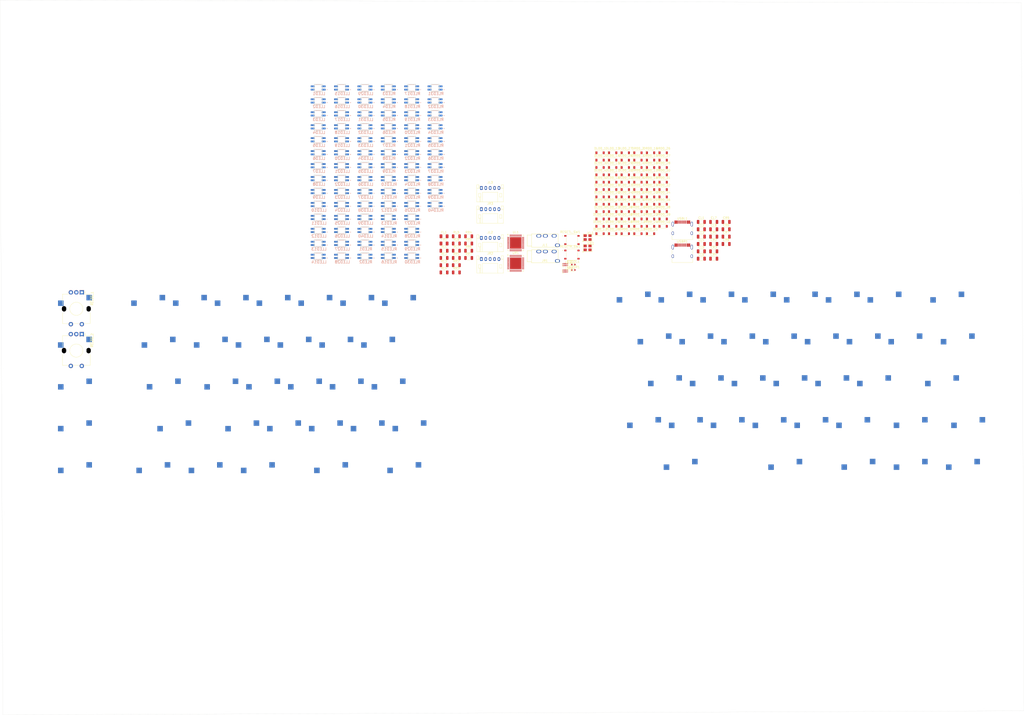
<source format=kicad_pcb>
(kicad_pcb (version 20240108) (generator "pcbnew") (generator_version "8.0")
  (layers (0 "F.Cu" signal) (31 "B.Cu" signal) (34 "B.Paste" user) (35 "F.Paste" user) (36 "B.SilkS" user "B.Silkscreen") (37 "F.SilkS" user "F.Silkscreen") (38 "B.Mask" user) (39 "F.Mask" user) (44 "Edge.Cuts" user))
  (net 0 "")
  (net 1 "Net-(UL1-XTAL1)")
  (net 2 "GNDL")
  (net 3 "Net-(UL1-XTAL2)")
  (net 4 "Net-(UL1-UCAP)")
  (net 5 "GNDLPWR")
  (net 6 "+5VL")
  (net 7 "GNDR")
  (net 8 "Net-(UR1-XTAL1)")
  (net 9 "Net-(UR1-XTAL2)")
  (net 10 "Net-(UR1-UCAP)")
  (net 11 "GNDRPWR")
  (net 12 "+5VR")
  (net 13 "Net-(DL00_1-A)")
  (net 14 "lrow01")
  (net 15 "Net-(DL00_2-A)")
  (net 16 "Net-(DL00_3-A)")
  (net 17 "Net-(DL00_4-A)")
  (net 18 "Net-(DL00_5-A)")
  (net 19 "Net-(DL00_6-A)")
  (net 20 "Net-(DL00_7-A)")
  (net 21 "Net-(DL00_8-A)")
  (net 22 "Net-(DL00_9-A)")
  (net 23 "lrow02")
  (net 24 "Net-(DL00_10-A)")
  (net 25 "Net-(DL00_11-A)")
  (net 26 "Net-(DL00_12-A)")
  (net 27 "Net-(DL00_13-A)")
  (net 28 "Net-(DL00_14-A)")
  (net 29 "Net-(DL00_15-A)")
  (net 30 "lrow03")
  (net 31 "Net-(DL00_17-A)")
  (net 32 "Net-(DL00_18-A)")
  (net 33 "lrow04")
  (net 34 "Net-(DL00_19-A)")
  (net 35 "Net-(DL00_20-A)")
  (net 36 "Net-(DL00_21-A)")
  (net 37 "Net-(DL00_23-A)")
  (net 38 "Net-(DL00_24-A)")
  (net 39 "Net-(DL00_25-A)")
  (net 40 "Net-(DL00_26-A)")
  (net 41 "Net-(DL00_27-A)")
  (net 42 "Net-(DL00_28-A)")
  (net 43 "Net-(DL00_29-A)")
  (net 44 "Net-(DL00_30-A)")
  (net 45 "Net-(DL00_32-A)")
  (net 46 "lrow05")
  (net 47 "Net-(DL00_33-A)")
  (net 48 "Net-(DL00_34-A)")
  (net 49 "Net-(DL00_35-A)")
  (net 50 "Net-(DL00_36-A)")
  (net 51 "Net-(DL00_38-A)")
  (net 52 "Net-(DL00_40-A)")
  (net 53 "Net-(DR00_1-A)")
  (net 54 "rrow01")
  (net 55 "Net-(DR00_2-A)")
  (net 56 "Net-(DR00_3-A)")
  (net 57 "Net-(DR00_4-A)")
  (net 58 "Net-(DR00_5-A)")
  (net 59 "Net-(DR00_6-A)")
  (net 60 "Net-(DR00_7-A)")
  (net 61 "Net-(DR00_8-A)")
  (net 62 "Net-(DR00_9-A)")
  (net 63 "rrow02")
  (net 64 "Net-(DR00_10-A)")
  (net 65 "Net-(DR00_11-A)")
  (net 66 "Net-(DR00_12-A)")
  (net 67 "Net-(DR00_13-A)")
  (net 68 "Net-(DR00_14-A)")
  (net 69 "Net-(DR00_15-A)")
  (net 70 "Net-(DR00_16-A)")
  (net 71 "Net-(DR00_17-A)")
  (net 72 "rrow03")
  (net 73 "Net-(DR00_18-A)")
  (net 74 "rrow04")
  (net 75 "Net-(DR00_19-A)")
  (net 76 "Net-(DR00_20-A)")
  (net 77 "Net-(DR00_21-A)")
  (net 78 "Net-(DR00_22-A)")
  (net 79 "Net-(DR00_23-A)")
  (net 80 "Net-(DR00_24-A)")
  (net 81 "Net-(DR00_25-A)")
  (net 82 "Net-(DR00_26-A)")
  (net 83 "Net-(DR00_27-A)")
  (net 84 "Net-(DR00_28-A)")
  (net 85 "Net-(DR00_30-A)")
  (net 86 "Net-(DR00_31-A)")
  (net 87 "Net-(DR00_32-A)")
  (net 88 "Net-(DR00_34-A)")
  (net 89 "rrow05")
  (net 90 "Net-(DR00_36-A)")
  (net 91 "Net-(DR00_38-A)")
  (net 92 "Net-(DR00_39-A)")
  (net 93 "Net-(DR00_40-A)")
  (net 94 "VCCL")
  (net 95 "VCCR")
  (net 96 "dataL")
  (net 98 "D+L")
  (net 99 "D-L")
  (net 100 "dataR")
  (net 102 "D-R")
  (net 103 "D+R")
  (net 104 "Net-(LLED1-DOUT)")
  (net 105 "LLED")
  (net 106 "Net-(LLED2-DOUT)")
  (net 107 "Net-(LLED3-DOUT)")
  (net 108 "Net-(LLED4-DOUT)")
  (net 109 "Net-(LLED5-DOUT)")
  (net 110 "Net-(LLED6-DOUT)")
  (net 111 "Net-(LLED7-DOUT)")
  (net 112 "Net-(LLED8-DOUT)")
  (net 113 "Net-(LLED10-DIN)")
  (net 114 "Net-(LLED10-DOUT)")
  (net 115 "Net-(LLED11-DOUT)")
  (net 116 "Net-(LLED12-DOUT)")
  (net 117 "Net-(LLED13-DOUT)")
  (net 118 "Net-(LLED14-DOUT)")
  (net 119 "Net-(LLED15-DOUT)")
  (net 120 "Net-(LLED16-DOUT)")
  (net 121 "Net-(LLED17-DOUT)")
  (net 122 "Net-(LLED18-DIN)")
  (net 123 "Net-(LLED18-DOUT)")
  (net 124 "Net-(LLED19-DOUT)")
  (net 125 "Net-(LLED20-DOUT)")
  (net 126 "Net-(LLED21-DOUT)")
  (net 127 "Net-(LLED22-DOUT)")
  (net 128 "Net-(LLED23-DOUT)")
  (net 129 "Net-(LLED24-DOUT)")
  (net 130 "Net-(LLED25-DOUT)")
  (net 131 "Net-(LLED26-DOUT)")
  (net 132 "Net-(LLED27-DOUT)")
  (net 133 "Net-(LLED28-DOUT)")
  (net 134 "Net-(LLED29-DOUT)")
  (net 135 "Net-(LLED30-DOUT)")
  (net 136 "Net-(LLED32-DOUT)")
  (net 137 "Net-(LLED33-DOUT)")
  (net 138 "Net-(LLED34-DOUT)")
  (net 139 "Net-(LLED35-DOUT)")
  (net 140 "Net-(LLED36-DOUT)")
  (net 141 "Net-(LLED37-DOUT)")
  (net 142 "Net-(LLED38-DOUT)")
  (net 143 "Net-(LLED39-DOUT)")
  (net 145 "RESETL")
  (net 146 "RESETR")
  (net 147 "Net-(UL1-D+)")
  (net 148 "Net-(UL1-D-)")
  (net 149 "Net-(UL1-~{HWB}{slash}PE2)")
  (net 150 "Net-(USBL1-CC1)")
  (net 151 "Net-(USBL1-CC2)")
  (net 152 "RLED")
  (net 153 "Net-(RLED1-DOUT)")
  (net 154 "Net-(RLED2-DOUT)")
  (net 155 "Net-(RLED3-DOUT)")
  (net 156 "Net-(RLED4-DOUT)")
  (net 157 "Net-(RLED5-DOUT)")
  (net 158 "Net-(RLED6-DOUT)")
  (net 159 "Net-(RLED7-DOUT)")
  (net 160 "Net-(RLED8-DOUT)")
  (net 161 "Net-(RLED10-DIN)")
  (net 162 "Net-(RLED10-DOUT)")
  (net 163 "Net-(RLED11-DOUT)")
  (net 164 "Net-(RLED12-DOUT)")
  (net 165 "Net-(RLED13-DOUT)")
  (net 166 "Net-(RLED14-DOUT)")
  (net 167 "Net-(RLED15-DOUT)")
  (net 168 "Net-(RLED16-DOUT)")
  (net 169 "Net-(RLED17-DOUT)")
  (net 170 "Net-(RLED18-DIN)")
  (net 171 "Net-(RLED18-DOUT)")
  (net 172 "Net-(RLED19-DOUT)")
  (net 173 "Net-(RLED20-DOUT)")
  (net 174 "Net-(RLED21-DOUT)")
  (net 175 "Net-(RLED22-DOUT)")
  (net 176 "Net-(RLED23-DOUT)")
  (net 177 "Net-(RLED24-DOUT)")
  (net 178 "Net-(RLED25-DOUT)")
  (net 179 "Net-(RLED26-DOUT)")
  (net 180 "Net-(RLED27-DOUT)")
  (net 181 "Net-(RLED28-DOUT)")
  (net 182 "Net-(RLED29-DOUT)")
  (net 183 "Net-(RLED30-DOUT)")
  (net 184 "Net-(RLED32-DOUT)")
  (net 185 "Net-(RLED33-DOUT)")
  (net 186 "Net-(RLED34-DOUT)")
  (net 187 "Net-(RLED35-DOUT)")
  (net 188 "Net-(RLED36-DOUT)")
  (net 189 "Net-(RLED37-DOUT)")
  (net 190 "Net-(RLED38-DOUT)")
  (net 191 "Net-(RLED39-DOUT)")
  (net 193 "Net-(UR1-D+)")
  (net 194 "Net-(UR1-D-)")
  (net 195 "Net-(UR1-~{HWB}{slash}PE2)")
  (net 196 "Net-(USBR1-CC1)")
  (net 197 "Net-(USBR1-CC2)")
  (net 198 "lcol01")
  (net 199 "RE1A")
  (net 200 "RE1B")
  (net 201 "lcol02")
  (net 202 "lcol03")
  (net 203 "lcol04")
  (net 204 "lcol05")
  (net 205 "lcol06")
  (net 206 "lcol07")
  (net 207 "lcol08")
  (net 208 "RE2B")
  (net 209 "RE2A")
  (net 210 "rcol01")
  (net 211 "rcol02")
  (net 212 "rcol03")
  (net 213 "rcol04")
  (net 214 "rcol05")
  (net 215 "rcol06")
  (net 216 "rcol07")
  (net 217 "rcol08")
  (net 238 "DBGNDL")
  (net 239 "DBGNDR")
  (net 240 "DB+5VL")
  (net 241 "DB+5VR")
  (net 242 "DBdataL")
  (net 243 "DBD+L")
  (net 244 "DBD-L")
  (net 245 "DBdataR")
  (net 246 "DBD-R")
  (net 247 "DBD+R")
  (footprint "MX_Only:MXOnly-1U-Hotswap" (layer "F.Cu") (at 378.64 171.49)
    (property "Reference" "SWR00_4")
    (property "Value" "SW_Push")
  )
  (footprint "SK6812MINI-E:SK6812MINIE" (layer "F.Cu") (at 198.47 101.93)
    (property "Reference" "LLED34")
    (property "Value" "SK6812MINI-E" (hide yes))
    (fp_line (start -1.85 -1.65) (end 1.85 -1.65) (stroke (width 0.2)) (layer "Edge.Cuts"))
    (fp_line (start -1.85 1.65) (end -1.85 -1.65) (stroke (width 0.2)) (layer "Edge.Cuts"))
    (fp_line (start 1.85 -1.65) (end 1.85 1.65) (stroke (width 0.2)) (layer "Edge.Cuts"))
    (fp_line (start 1.85 1.65) (end -1.85 1.65) (stroke (width 0.2)) (layer "Edge.Cuts"))
  )
  (footprint "random-keyboard-parts:D_SOD-123-Pretty" (layer "F.Cu") (at 322.835 128.75)
    (property "Reference" "DR00_10")
    (property "Value" "D")
  )
  (footprint "random-keyboard-parts:D_SOD-123-Pretty" (layer "F.Cu") (at 305.585 101.95)
    (property "Reference" "DL00_1")
    (property "Value" "D")
  )
  (footprint "SK6812MINI-E:SK6812MINIE" (layer "F.Cu") (at 209.12 107.83)
    (property "Reference" "RLED9")
    (property "Value" "SK6812MINI-E" (hide yes))
    (fp_line (start -1.85 -1.65) (end 1.85 -1.65) (stroke (width 0.2)) (layer "Edge.Cuts"))
    (fp_line (start -1.85 1.65) (end -1.85 -1.65) (stroke (width 0.2)) (layer "Edge.Cuts"))
    (fp_line (start 1.85 -1.65) (end 1.85 1.65) (stroke (width 0.2)) (layer "Edge.Cuts"))
    (fp_line (start 1.85 1.65) (end -1.85 1.65) (stroke (width 0.2)) (layer "Edge.Cuts"))
  )
  (footprint "Connector_JST:JST_PH_S5B-PH-K_1x05_P2.00mm_Horizontal" (layer "F.Cu") (at 251.52 117.99)
    (property "Reference" "JL3")
    (property "Value" "Conn_01x05_Pin")
  )
  (footprint "SK6812MINI-E:SK6812MINIE" (layer "F.Cu") (at 177.17 107.83)
    (property "Reference" "LLED7")
    (property "Value" "SK6812MINI-E" (hide yes))
    (fp_line (start -1.85 -1.65) (end 1.85 -1.65) (stroke (width 0.2)) (layer "Edge.Cuts"))
    (fp_line (start -1.85 1.65) (end -1.85 -1.65) (stroke (width 0.2)) (layer "Edge.Cuts"))
    (fp_line (start 1.85 -1.65) (end 1.85 1.65) (stroke (width 0.2)) (layer "Edge.Cuts"))
    (fp_line (start 1.85 1.65) (end -1.85 1.65) (stroke (width 0.2)) (layer "Edge.Cuts"))
  )
  (footprint "random-keyboard-parts:D_SOD-123-Pretty" (layer "F.Cu") (at 322.835 112)
    (property "Reference" "DR00_5")
    (property "Value" "D")
  )
  (footprint "SK6812MINI-E:SK6812MINIE" (layer "F.Cu") (at 230.42 96.03)
    (property "Reference" "RLED35")
    (property "Value" "SK6812MINI-E" (hide yes))
    (fp_line (start -1.85 -1.65) (end 1.85 -1.65) (stroke (width 0.2)) (layer "Edge.Cuts"))
    (fp_line (start -1.85 1.65) (end -1.85 -1.65) (stroke (width 0.2)) (layer "Edge.Cuts"))
    (fp_line (start 1.85 -1.65) (end 1.85 1.65) (stroke (width 0.2)) (layer "Edge.Cuts"))
    (fp_line (start 1.85 1.65) (end -1.85 1.65) (stroke (width 0.2)) (layer "Edge.Cuts"))
  )
  (footprint "random-keyboard-parts:D_SOD-123-Pretty" (layer "F.Cu") (at 328.585 105.3)
    (property "Reference" "DR00_15")
    (property "Value" "D")
  )
  (footprint "MX_Only:MXOnly-1U-Hotswap" (layer "F.Cu") (at 167.03 192.05)
    (property "Reference" "SWL00_13")
    (property "Value" "SW_Push")
  )
  (footprint "random-keyboard-parts:D_SOD-123-Pretty" (layer "F.Cu") (at 334.335 101.95)
    (property "Reference" "DR00_26")
    (property "Value" "D")
  )
  (footprint "Resistor_SMD:R_1206_3216Metric" (layer "F.Cu") (at 234.515 156.45)
    (property "Reference" "RL4")
    (property "Value" "10k")
  )
  (footprint "MX_Only:MXOnly-1U-Hotswap" (layer "F.Cu") (at 157.48 173)
    (property "Reference" "SWL00_5")
    (property "Value" "SW_Push")
  )
  (footprint "SK6812MINI-E:SK6812MINIE" (layer "F.Cu") (at 187.82 125.53)
    (property "Reference" "LLED24")
    (property "Value" "SK6812MINI-E" (hide yes))
    (fp_line (start -1.85 -1.65) (end 1.85 -1.65) (stroke (width 0.2)) (layer "Edge.Cuts"))
    (fp_line (start -1.85 1.65) (end -1.85 -1.65) (stroke (width 0.2)) (layer "Edge.Cuts"))
    (fp_line (start 1.85 -1.65) (end 1.85 1.65) (stroke (width 0.2)) (layer "Edge.Cuts"))
    (fp_line (start 1.85 1.65) (end -1.85 1.65) (stroke (width 0.2)) (layer "Edge.Cuts"))
  )
  (footprint "Capacitor_SMD:C_1206_3216Metric" (layer "F.Cu") (at 351.725 146.85)
    (property "Reference" "CL5")
    (property "Value" "0.1μF")
  )
  (footprint "MX_Only:MXOnly-1U-Hotswap" (layer "F.Cu") (at 200.355 230.1448)
    (property "Reference" "SWL00_31")
    (property "Value" "SW_Push")
  )
  (footprint "MX_Only:MXOnly-1U-Hotswap" (layer "F.Cu") (at 345.31 228.66)
    (property "Reference" "SWR00_26")
    (property "Value" "SW_Push")
  )
  (footprint "MX_Only:MXOnly-2.25U-Hotswap-ReversedStabilizers" (layer "F.Cu") (at 390.57 247.71)
    (property "Reference" "SWR00_36")
    (property "Value" "SW_Push")
  )
  (footprint "SK6812MINI-E:SK6812MINIE" (layer "F.Cu") (at 209.12 143.23)
    (property "Reference" "RLED15")
    (property "Value" "SK6812MINI-E" (hide yes))
    (fp_line (start -1.85 -1.65) (end 1.85 -1.65) (stroke (width 0.2)) (layer "Edge.Cuts"))
    (fp_line (start -1.85 1.65) (end -1.85 -1.65) (stroke (width 0.2)) (layer "Edge.Cuts"))
    (fp_line (start 1.85 -1.65) (end 1.85 1.65) (stroke (width 0.2)) (layer "Edge.Cuts"))
    (fp_line (start 1.85 1.65) (end -1.85 1.65) (stroke (width 0.2)) (layer "Edge.Cuts"))
  )
  (footprint "Connector_JST:JST_PH_S5B-PH-K_1x05_P2.00mm_Horizontal" (layer "F.Cu") (at 251.52 127.64)
    (property "Reference" "JR3")
    (property "Value" "Conn_01x05_Pin")
  )
  (footprint "SK6812MINI-E:SK6812MINIE" (layer "F.Cu") (at 177.17 149.13)
    (property "Reference" "LLED14")
    (property "Value" "SK6812MINI-E" (hide yes))
    (fp_line (start -1.85 -1.65) (end 1.85 -1.65) (stroke (width 0.2)) (layer "Edge.Cuts"))
    (fp_line (start -1.85 1.65) (end -1.85 -1.65) (stroke (width 0.2)) (layer "Edge.Cuts"))
    (fp_line (start 1.85 -1.65) (end 1.85 1.65) (stroke (width 0.2)) (layer "Edge.Cuts"))
    (fp_line (start 1.85 1.65) (end -1.85 1.65) (stroke (width 0.2)) (layer "Edge.Cuts"))
  )
  (footprint "Resistor_SMD:R_1206_3216Metric" (layer "F.Cu") (at 240.125 156.45)
    (property "Reference" "RR3")
    (property "Value" "22")
  )
  (footprint "random-keyboard-parts:D_SOD-123-Pretty" (layer "F.Cu") (at 311.335 132.1)
    (property "Reference" "DL00_24")
    (property "Value" "D")
  )
  (footprint "random-keyboard-parts:D_SOD-123-Pretty" (layer "F.Cu") (at 322.835 125.4)
    (property "Reference" "DR00_9")
    (property "Value" "D")
  )
  (footprint "MX_Only:MXOnly-1U-Hotswap" (layer "F.Cu") (at 350.07 190.55)
    (property "Reference" "SWR00_10")
    (property "Value" "SW_Push")
  )
  (footprint "SK6812MINI-E:SK6812MINIE" (layer "F.Cu") (at 209.12 96.03)
    (property "Reference" "RLED7")
    (property "Value" "SK6812MINI-E" (hide yes))
    (fp_line (start -1.85 -1.65) (end 1.85 -1.65) (stroke (width 0.2)) (layer "Edge.Cuts"))
    (fp_line (start -1.85 1.65) (end -1.85 -1.65) (stroke (width 0.2)) (layer "Edge.Cuts"))
    (fp_line (start 1.85 -1.65) (end 1.85 1.65) (stroke (width 0.2)) (layer "Edge.Cuts"))
    (fp_line (start 1.85 1.65) (end -1.85 1.65) (stroke (width 0.2)) (layer "Edge.Cuts"))
  )
  (footprint "SK6812MINI-E:SK6812MINIE" (layer "F.Cu") (at 198.47 107.83)
    (property "Reference" "LLED35")
    (property "Value" "SK6812MINI-E" (hide yes))
    (fp_line (start -1.85 -1.65) (end 1.85 -1.65) (stroke (width 0.2)) (layer "Edge.Cuts"))
    (fp_line (start -1.85 1.65) (end -1.85 -1.65) (stroke (width 0.2)) (layer "Edge.Cuts"))
    (fp_line (start 1.85 -1.65) (end 1.85 1.65) (stroke (width 0.2)) (layer "Edge.Cuts"))
    (fp_line (start 1.85 1.65) (end -1.85 1.65) (stroke (width 0.2)) (layer "Edge.Cuts"))
  )
  (footprint "Capacitor_SMD:C_1206_3216Metric" (layer "F.Cu") (at 363.025 136.8)
    (property "Reference" "CR6")
    (property "Value" "0.1μF")
  )
  (footprint "random-keyboard-parts:D_SOD-123-Pretty" (layer "F.Cu") (at 322.835 101.95)
    (property "Reference" "DR00_2")
    (property "Value" "D")
  )
  (footprint "SK6812MINI-E:SK6812MINIE" (layer "F.Cu") (at 230.42 119.63)
    (property "Reference" "RLED39")
    (property "Value" "SK6812MINI-E" (hide yes))
    (fp_line (start -1.85 -1.65) (end 1.85 -1.65) (stroke (width 0.2)) (layer "Edge.Cuts"))
    (fp_line (start -1.85 1.65) (end -1.85 -1.65) (stroke (width 0.2)) (layer "Edge.Cuts"))
    (fp_line (start 1.85 -1.65) (end 1.85 1.65) (stroke (width 0.2)) (layer "Edge.Cuts"))
    (fp_line (start 1.85 1.65) (end -1.85 1.65) (stroke (width 0.2)) (layer "Edge.Cuts"))
  )
  (footprint "SK6812MINI-E:SK6812MINIE" (layer "F.Cu") (at 219.77 90.13)
    (property "Reference" "RLED20")
    (property "Value" "SK6812MINI-E" (hide yes))
    (fp_line (start -1.85 -1.65) (end 1.85 -1.65) (stroke (width 0.2)) (layer "Edge.Cuts"))
    (fp_line (start -1.85 1.65) (end -1.85 -1.65) (stroke (width 0.2)) (layer "Edge.Cuts"))
    (fp_line (start 1.85 -1.65) (end 1.85 1.65) (stroke (width 0.2)) (layer "Edge.Cuts"))
    (fp_line (start 1.85 1.65) (end -1.85 1.65) (stroke (width 0.2)) (layer "Edge.Cuts"))
  )
  (footprint "SK6812MINI-E:SK6812MINIE" (layer "F.Cu") (at 187.82 96.03)
    (property "Reference" "LLED19")
    (property "Value" "SK6812MINI-E" (hide yes))
    (fp_line (start -1.85 -1.65) (end 1.85 -1.65) (stroke (width 0.2)) (layer "Edge.Cuts"))
    (fp_line (start -1.85 1.65) (end -1.85 -1.65) (stroke (width 0.2)) (layer "Edge.Cuts"))
    (fp_line (start 1.85 -1.65) (end 1.85 1.65) (stroke (width 0.2)) (layer "Edge.Cuts"))
    (fp_line (start 1.85 1.65) (end -1.85 1.65) (stroke (width 0.2)) (layer "Edge.Cuts"))
  )
  (footprint "SK6812MINI-E:SK6812MINIE" (layer "F.Cu") (at 198.47 113.73)
    (property "Reference" "LLED36")
    (property "Value" "SK6812MINI-E" (hide yes))
    (fp_line (start -1.85 -1.65) (end 1.85 -1.65) (stroke (width 0.2)) (layer "Edge.Cuts"))
    (fp_line (start -1.85 1.65) (end -1.85 -1.65) (stroke (width 0.2)) (layer "Edge.Cuts"))
    (fp_line (start 1.85 -1.65) (end 1.85 1.65) (stroke (width 0.2)) (layer "Edge.Cuts"))
    (fp_line (start 1.85 1.65) (end -1.85 1.65) (stroke (width 0.2)) (layer "Edge.Cuts"))
  )
  (footprint "Resistor_SMD:R_1206_3216Metric" (layer "F.Cu") (at 245.735 146.58)
    (property "Reference" "RR6")
    (property "Value" "5.1k")
  )
  (footprint "random-keyboard-parts:D_SOD-123-Pretty" (layer "F.Cu") (at 305.585 115.35)
    (property "Reference" "DL00_5")
    (property "Value" "D")
  )
  (footprint "Resistor_SMD:R_1206_3216Metric" (layer "F.Cu") (at 240.125 146.58)
    (property "Reference" "RL7")
    (property "Value" "5.1k")
  )
  (footprint "Capacitor_SMD:C_1206_3216Metric" (layer "F.Cu") (at 357.375 140.15)
    (property "Reference" "CR1")
    (property "Value" "22pF")
  )
  (footprint "random-keyboard-parts:D_SOD-123-Pretty" (layer "F.Cu") (at 328.585 122.05)
    (property "Reference" "DR00_20")
    (property "Value" "D")
  )
  (footprint "SK6812MINI-E:SK6812MINIE" (layer "F.Cu") (at 177.17 131.43)
    (property "Reference" "LLED11")
    (property "Value" "SK6812MINI-E" (hide yes))
    (fp_line (start -1.85 -1.65) (end 1.85 -1.65) (stroke (width 0.2)) (layer "Edge.Cuts"))
    (fp_line (start -1.85 1.65) (end -1.85 -1.65) (stroke (width 0.2)) (layer "Edge.Cuts"))
    (fp_line (start 1.85 -1.65) (end 1.85 1.65) (stroke (width 0.2)) (layer "Edge.Cuts"))
    (fp_line (start 1.85 1.65) (end -1.85 1.65) (stroke (width 0.2)) (layer "Edge.Cuts"))
  )
  (footprint "SK6812MINI-E:SK6812MINIE" (layer "F.Cu") (at 187.82 84.23)
    (property "Reference" "LLED17")
    (property "Value" "SK6812MINI-E" (hide yes))
    (fp_line (start -1.85 -1.65) (end 1.85 -1.65) (stroke (width 0.2)) (layer "Edge.Cuts"))
    (fp_line (start -1.85 1.65) (end -1.85 -1.65) (stroke (width 0.2)) (layer "Edge.Cuts"))
    (fp_line (start 1.85 -1.65) (end 1.85 1.65) (stroke (width 0.2)) (layer "Edge.Cuts"))
    (fp_line (start 1.85 1.65) (end -1.85 1.65) (stroke (width 0.2)) (layer "Edge.Cuts"))
  )
  (footprint "SK6812MINI-E:SK6812MINIE" (layer "F.Cu") (at 198.47 137.33)
    (property "Reference" "LLED40")
    (property "Value" "SK6812MINI-E" (hide yes))
    (fp_line (start -1.85 -1.65) (end 1.85 -1.65) (stroke (width 0.2)) (layer "Edge.Cuts"))
    (fp_line (start -1.85 1.65) (end -1.85 -1.65) (stroke (width 0.2)) (layer "Edge.Cuts"))
    (fp_line (start 1.85 -1.65) (end 1.85 1.65) (stroke (width 0.2)) (layer "Edge.Cuts"))
    (fp_line (start 1.85 1.65) (end -1.85 1.65) (stroke (width 0.2)) (layer "Edge.Cuts"))
  )
  (footprint "random-keyboard-parts:D_SOD-123-Pretty" (layer "F.Cu") (at 311.335 135.45)
    (property "Reference" "DL00_25")
    (property "Value" "D")
  )
  (footprint "SK6812MINI-E:SK6812MINIE" (layer "F.Cu") (at 177.17 101.93)
    (property "Reference" "LLED6")
    (property "Value" "SK6812MINI-E" (hide yes))
    (fp_line (start -1.85 -1.65) (end 1.85 -1.65) (stroke (width 0.2)) (layer "Edge.Cuts"))
    (fp_line (start -1.85 1.65) (end -1.85 -1.65) (stroke (width 0.2)) (layer "Edge.Cuts"))
    (fp_line (start 1.85 -1.65) (end 1.85 1.65) (stroke (width 0.2)) (layer "Edge.Cuts"))
    (fp_line (start 1.85 1.65) (end -1.85 1.65) (stroke (width 0.2)) (layer "Edge.Cuts"))
  )
  (footprint "Capacitor_SMD:C_1206_3216Metric" (layer "F.Cu") (at 351.725 140.15)
    (property "Reference" "CL3")
    (property "Value" "1μF")
  )
  (footprint "random-keyboard-parts:D_SOD-123-Pretty" (layer "F.Cu") (at 334.335 118.7)
    (property "Reference" "DR00_32")
    (property "Value" "D")
  )
  (footprint "SK6812MINI-E:SK6812MINIE" (layer "F.Cu") (at 209.12 125.53)
    (property "Reference" "RLED12")
    (property "Value" "SK6812MINI-E" (hide yes))
    (fp_line (start -1.85 -1.65) (end 1.85 -1.65) (stroke (width 0.2)) (layer "Edge.Cuts"))
    (fp_line (start -1.85 1.65) (end -1.85 -1.65) (stroke (width 0.2)) (layer "Edge.Cuts"))
    (fp_line (start 1.85 -1.65) (end 1.85 1.65) (stroke (width 0.2)) (layer "Edge.Cuts"))
    (fp_line (start 1.85 1.65) (end -1.85 1.65) (stroke (width 0.2)) (layer "Edge.Cuts"))
  )
  (footprint "SK6812MINI-E:SK6812MINIE" (layer "F.Cu") (at 219.77 84.23)
    (property "Reference" "RLED19")
    (property "Value" "SK6812MINI-E" (hide yes))
    (fp_line (start -1.85 -1.65) (end 1.85 -1.65) (stroke (width 0.2)) (layer "Edge.Cuts"))
    (fp_line (start -1.85 1.65) (end -1.85 -1.65) (stroke (width 0.2)) (layer "Edge.Cuts"))
    (fp_line (start 1.85 -1.65) (end 1.85 1.65) (stroke (width 0.2)) (layer "Edge.Cuts"))
    (fp_line (start 1.85 1.65) (end -1.85 1.65) (stroke (width 0.2)) (layer "Edge.Cuts"))
  )
  (footprint "SK6812MINI-E:SK6812MINIE" (layer "F.Cu") (at 219.77 125.53)
    (property "Reference" "RLED26")
    (property "Value" "SK6812MINI-E" (hide yes))
    (fp_line (start -1.85 -1.65) (end 1.85 -1.65) (stroke (width 0.2)) (layer "Edge.Cuts"))
    (fp_line (start -1.85 1.65) (end -1.85 -1.65) (stroke (width 0.2)) (layer "Edge.Cuts"))
    (fp_line (start 1.85 -1.65) (end 1.85 1.65) (stroke (width 0.2)) (layer "Edge.Cuts"))
    (fp_line (start 1.85 1.65) (end -1.85 1.65) (stroke (width 0.2)) (layer "Edge.Cuts"))
  )
  (footprint "random-keyboard-parts:D_SOD-123-Pretty" (layer "F.Cu") (at 317.085 115.35)
    (property "Reference" "DL00_32")
    (property "Value" "D")
  )
  (footprint "MX_Only:MXOnly-1U-Hotswap" (layer "F.Cu") (at 383.405 228.6748)
    (property "Reference" "SWR00_28")
    (property "Value" "SW_Push")
  )
  (footprint "random-keyboard-parts:D_SOD-123-Pretty" (layer "F.Cu") (at 334.335 125.4)
    (property "Reference" "DR00_36")
    (property "Value" "D")
  )
  (footprint "SK6812MINI-E:SK6812MINIE" (layer "F.Cu") (at 209.12 149.13)
    (property "Reference" "RLED16")
    (property "Value" "SK6812MINI-E" (hide yes))
    (fp_line (start -1.85 -1.65) (end 1.85 -1.65) (stroke (width 0.2)) (layer "Edge.Cuts"))
    (fp_line (start -1.85 1.65) (end -1.85 -1.65) (stroke (width 0.2)) (layer "Edge.Cuts"))
    (fp_line (start 1.85 -1.65) (end 1.85 1.65) (stroke (width 0.2)) (layer "Edge.Cuts"))
    (fp_line (start 1.85 1.65) (end -1.85 1.65) (stroke (width 0.2)) (layer "Edge.Cuts"))
  )
  (footprint "MX_Only:MXOnly-1U-Hotswap" (layer "F.Cu") (at 181.325 230.1448)
    (property "Reference" "SWL00_30")
    (property "Value" "SW_Push")
  )
  (footprint "Capacitor_SMD:C_1206_3216Metric" (layer "F.Cu") (at 357.375 146.85)
    (property "Reference" "CR3")
    (property "Value" "1μF")
  )
  (footprint "SK6812MINI-E:SK6812MINIE" (layer "F.Cu") (at 177.17 113.73)
    (property "Reference" "LLED8")
    (property "Value" "SK6812MINI-E" (hide yes))
    (fp_line (start -1.85 -1.65) (end 1.85 -1.65) (stroke (width 0.2)) (layer "Edge.Cuts"))
    (fp_line (start -1.85 1.65) (end -1.85 -1.65) (stroke (width 0.2)) (layer "Edge.Cuts"))
    (fp_line (start 1.85 -1.65) (end 1.85 1.65) (stroke (width 0.2)) (layer "Edge.Cuts"))
    (fp_line (start 1.85 1.65) (end -1.85 1.65) (stroke (width 0.2)) (layer "Edge.Cuts"))
  )
  (footprint "random-keyboard-parts:D_SOD-123-Pretty" (layer "F.Cu") (at 311.335 138.8)
    (property "Reference" "DL00_26")
    (property "Value" "D")
  )
  (footprint "MX_Only:MXOnly-1U-Hotswap" (layer "F.Cu") (at 147.97 192.04)
    (property "Reference" "SWL00_12")
    (property "Value" "SW_Push")
  )
  (footprint "Connector_JST:JST_PH_S5B-PH-K_1x05_P2.00mm_Horizontal" (layer "F.Cu") (at 251.515 140.73)
    (property "Reference" "JL2")
    (property "Value" "Conn_01x05_Pin")
  )
  (footprint "MX_Only:MXOnly-1U-Hotswap" (layer "F.Cu") (at 100.35 173)
    (property "Reference" "SWL00_2")
    (property "Value" "SW_Push")
  )
  (footprint "random-keyboard-parts:D_SOD-123-Pretty" (layer "F.Cu") (at 322.835 132.1)
    (property "Reference" "DR00_11")
    (property "Value" "D")
  )
  (footprint "Resistor_SMD:R_1206_3216Metric" (layer "F.Cu") (at 245.735 143.29)
    (property "Reference" "RR5")
    (property "Value" "10k")
  )
  (footprint "MX_Only:MXOnly-1U-Hotswap" (layer "F.Cu") (at 219.39 230.13)
    (property "Reference" "SWL00_32")
    (property "Value" "SW_Push")
  )
  (footprint "random-keyboard-parts:D_SOD-123-Pretty" (layer "F.Cu") (at 305.585 138.8)
    (property "Reference" "DL00_12")
    (property "Value" "D")
  )
  (footprint "random-keyboard-parts:D_SOD-123-Pretty" (layer "F.Cu") (at 322.835 115.35)
    (property "Reference" "DR00_6")
    (property "Value" "D")
  )
  (footprint "MX_Only:MXOnly-1U-Hotswap" (layer "F.Cu") (at 162.25 230.15)
    (property "Reference" "SWL00_29")
    (property "Value" "SW_Push")
  )
  (footprint "MX_Only:MXOnly-1U-Hotswap" (layer "F.Cu") (at 369.12 190.55)
    (property "Reference" "SWR00_11")
    (property "Value" "SW_Push")
  )
  (footprint "MX_Only:MXOnly-1U-Hotswap" (layer "F.Cu") (at 138.435 173.0048)
    (property "Reference" "SWL00_4")
    (property "Value" "SW_Push")
  )
  (footprint "MX_Only:MXOnly-1U-Hotswap" (layer "F.Cu") (at 67.02 173.01)
    (property "Reference" "SWL00_1")
    (property "Value" "SW_Push")
  )
  (footprint "MX_Only:MXOnly-1U-Hotswap" (layer "F.Cu") (at 426.29 190.54)
    (property "Reference" "SWR00_14")
    (property "Value" "SW_Push")
  )
  (footprint "MX_Only:MXOnly-1U-Hotswap" (layer "F.Cu") (at 205.11 192.06)
    (property "Reference" "SWL00_15")
    (property "Value" "SW_Push")
  )
  (footprint "SK6812MINI-E:SK6812MINIE" (layer "F.Cu") (at 187.82 107.83)
    (property "Reference" "LLED21")
    (property "Value" "SK6812MINI-E" (hide yes))
    (fp_line (start -1.85 -1.65) (end 1.85 -1.65) (stroke (width 0.2)) (layer "Edge.Cuts"))
    (fp_line (start -1.85 1.65) (end -1.85 -1.65) (stroke (width 0.2)) (layer "Edge.Cuts"))
    (fp_line (start 1.85 -1.65) (end 1.85 1.65) (stroke (width 0.2)) (layer "Edge.Cuts"))
    (fp_line (start 1.85 1.65) (end -1.85 1.65) (stroke (width 0.2)) (layer "Edge.Cuts"))
  )
  (footprint "MX_Only:MXOnly-1U-Hotswap" (layer "F.Cu") (at 340.555 171.4948)
    (property "Reference" "SWR00_2")
    (property "Value" "SW_Push")
  )
  (footprint "random-keyboard-parts:D_SOD-123-Pretty" (layer "F.Cu") (at 305.585 132.1)
    (property "Reference" "DL00_10")
    (property "Value" "D")
  )
  (footprint "Package_DFN_QFN:QFN-44-1EP_7x7mm_P0.5mm_EP5.2x5.2mm" (layer "F.Cu") (at 267.145 143.01)
    (property "Reference" "UL1")
    (property "Value" "ATmega32U4-M")
  )
  (footprint "MX_Only:MXOnly-1U-Hotswap" (layer "F.Cu") (at 152.73 211.1)
    (property "Reference" "SWL00_20")
    (property "Value" "SW_Push")
  )
  (footprint "Fuse:Fuse_1206_3216Metric" (layer "F.Cu") (at 234.515 140)
    (property "Reference" "FL1")
    (property "Value" "SMD0805-050-16V")
  )
  (footprint "X322516MLB4SI:OSC-SMD_4P-L3.2-W2.5-BL" (layer "F.Cu") (at 299.902 145.29)
    (property "Reference" "YR1")
    (property "Value" "16Mhz" (hide yes))
  )
  (footprint "Capacitor_SMD:C_1206_3216Metric" (layer "F.Cu") (at 363.025 140.15)
    (property "Reference" "CR7")
    (property "Value" "0.1μF")
  )
  (footprint "MJ-4PP-9:MJ-4PP-9" (layer "F.Cu") (at 280.425 149.03)
    (property "Reference" "JR1")
    (property "Value" "MJ-4PP-9")
  )
  (footprint "SK6812MINI-E:SK6812MINIE" (layer "F.Cu") (at 230.42 113.73)
    (property "Reference" "RLED38")
    (property "Value" "SK6812MINI-E" (hide yes))
    (fp_line (start -1.85 -1.65) (end 1.85 -1.65) (stroke (width 0.2)) (layer "Edge.Cuts"))
    (fp_line (start -1.85 1.65) (end -1.85 -1.65) (stroke (width 0.2)) (layer "Edge.Cuts"))
    (fp_line (start 1.85 -1.65) (end 1.85 1.65) (stroke (width 0.2)) (layer "Edge.Cuts"))
    (fp_line (start 1.85 1.65) (end -1.85 1.65) (stroke (width 0.2)) (layer "Edge.Cuts"))
  )
  (footprint "random-keyboard-parts:D_SOD-123-Pretty" (layer "F.Cu") (at 317.085 118.7)
    (property "Reference" "DL00_33")
    (property "Value" "D")
  )
  (footprint "MX_Only:MXOnly-1U-Hotswap" (layer "F.Cu") (at 67.015 249.1948)
    (property "Reference" "SWL00_33")
    (property "Value" "SW_Push")
  )
  (footprint "MX_Only:MXOnly-1U-Hotswap" (layer "F.Cu") (at 402.47 228.65)
    (property "Reference" "SWR00_29")
    (property "Value" "SW_Push")
  )
  (footprint "MX_Only:MXOnly-1.5U-Hotswap" (layer "F.Cu") (at 105.105 192.06)
    (property "Reference" "SWL00_10")
    (property "Value" "SW_Push")
  )
  (footprint "random-keyboard-parts:D_SOD-123-Pretty" (layer "F.Cu") (at 311.335 125.4)
    (property "Reference" "DL00_21")
    (property "Value" "D")
  )
  (footprint "MX_Only:MXOnly-1U-Hotswap" (layer "F.Cu") (at 335.785 209.5848)
    (property "Reference" "SWR00_17")
    (property "Value" "SW_Push")
  )
  (footprint "Capacitor_SMD:C_1206_3216Metric" (layer "F.Cu") (at 357.375 150.2)
    (property "Reference" "CR4")
    (property "Value" "4.7μF")
  )
  (footprint "random-keyboard-parts:D_SOD-123-Pretty" (layer "F.Cu") (at 328.585 112)
    (property "Reference" "DR00_17")
    (property "Value" "D")
  )
  (footprint "MX_Only:MXOnly-1U-Hotswap" (layer "F.Cu") (at 66.985 192.0548)
    (property "Reference" "SWL00_9")
    (property "Value" "SW_Push")
  )
  (footprint "random-keyboard-parts:D_SOD-123-Pretty" (layer "F.Cu") (at 317.085 108.65)
    (property "Reference" "DL00_29")
    (property "Value" "D")
  )
  (footprint "Capacitor_SMD:C_1206_3216Metric" (layer "F.Cu") (at 351.725 133.45)
    (property "Reference" "CL1")
    (property "Value" "22pF")
  )
  (footprint "random-keyboard-parts:D_SOD-123-Pretty" (layer "F.Cu") (at 328.585 132.1)
    (property "Reference" "DR00_23")
    (property "Value" "D")
  )
  (footprint "MX_Only:MXOnly-1U-Hotswap" (layer "F.Cu") (at 326.255 228.6448)
    (property "Reference" "SWR00_25")
    (property "Value" "SW_Push")
  )
  (footprint "SK6812MINI-E:SK6812MINIE" (layer "F.Cu") (at 198.47 119.63)
    (property "Reference" "LLED37")
    (property "Value" "SK6812MINI-E" (hide yes))
    (fp_line (start -1.85 -1.65) (end 1.85 -1.65) (stroke (width 0.2)) (layer "Edge.Cuts"))
    (fp_line (start -1.85 1.65) (end -1.85 -1.65) (stroke (width 0.2)) (layer "Edge.Cuts"))
    (fp_line (start 1.85 -1.65) (end 1.85 1.65) (stroke (width 0.2)) (layer "Edge.Cuts"))
    (fp_line (start 1.85 1.65) (end -1.85 1.65) (stroke (width 0.2)) (layer "Edge.Cuts"))
  )
  (footprint "random-keyboard-parts:D_SOD-123-Pretty" (layer "F.Cu") (at 328.585 108.65)
    (property "Reference" "DR00_16")
    (property "Value" "D")
  )
  (footprint "MX_Only:MXOnly-1U-Hotswap" (layer "F.Cu") (at 186.065 192.06)
    (property "Reference" "SWL00_14")
    (property "Value" "SW_Push")
  )
  (footprint "MX_Only:MXOnly-1U-Hotswap" (layer "F.Cu") (at 209.87 211.1)
    (property "Reference" "SWL00_23")
    (property "Value" "SW_Push")
  )
  (footprint "Package_DFN_QFN:QFN-44-1EP_7x7mm_P0.5mm_EP5.2x5.2mm" (layer "F.Cu") (at 267.145 152.32)
    (property "Reference" "UR1")
    (property "Value" "ATmega32U4-M")
  )
  (footprint "random-keyboard-parts:D_SOD-123-Pretty" (layer "F.Cu") (at 334.335 132.1)
    (property "Reference" "DR00_39")
    (property "Value" "D")
  )
  (footprint "MX_Only:MXOnly-1.25U-Hotswap" (layer "F.Cu") (at 447.72 247.7)
    (property "Reference" "SWR00_39")
    (property "Value" "SW_Push")
  )
  (footprint "MX_Only:MXOnly-1U-Hotswap" (layer "F.Cu") (at 214.64 173.01)
    (property "Reference" "SWL00_8")
    (property "Value" "SW_Push")
  )
  (footprint "SK6812MINI-E:SK6812MINIE" (layer "F.Cu") (at 187.82 113.73)
    (property "Reference" "LLED22")
    (property "Value" "SK6812MINI-E" (hide yes))
    (fp_line (start -1.85 -1.65) (end 1.85 -1.65) (stroke (width 0.2)) (layer "Edge.Cuts"))
    (fp_line (start -1.85 1.65) (end -1.85 -1.65) (stroke (width 0.2)) (layer "Edge.Cuts"))
    (fp_line (start 1.85 -1.65) (end 1.85 1.65) (stroke (width 0.2)) (layer "Edge.Cuts"))
    (fp_line (start 1.85 1.65) (end -1.85 1.65) (stroke (width 0.2)) (layer "Edge.Cuts"))
  )
  (footprint "random-keyboard-parts:D_SOD-123-Pretty" (layer "F.Cu") (at 334.335 128.75)
    (property "Reference" "DR00_38")
    (property "Value" "D")
  )
  (footprint "random-keyboard-parts:D_SOD-123-Pretty" (layer "F.Cu") (at 317.085 122.05)
    (property "Reference" "DL00_34")
    (property "Value" "D")
  )
  (footprint "SK6812MINI-E:SK6812MINIE" (layer "F.Cu") (at 177.17 119.63)
    (property "Reference" "LLED9")
    (property "Value" "SK6812MINI-E" (hide yes))
    (fp_line (start -1.85 -1.65) (end 1.85 -1.65) (stroke (width 0.2)) (layer "Edge.Cuts"))
    (fp_line (start -1.85 1.65) (end -1.85 -1.65) (stroke (width 0.2)) (layer "Edge.Cuts"))
    (fp_line (start 1.85 -1.65) (end 1.85 1.65) (stroke (width 0.2)) (layer "Edge.Cuts"))
    (fp_line (start 1.85 1.65) (end -1.85 1.65) (stroke (width 0.2)) (layer "Edge.Cuts"))
  )
  (footprint "MX_Only:MXOnly-1U-Hotswap" (layer "F.Cu") (at 176.53 173)
    (property "Reference" "SWL00_6")
    (property "Value" "SW_Push")
  )
  (footprint "random-keyboard-parts:D_SOD-123-Pretty" (layer "F.Cu") (at 328.585 135.45)
    (property "Reference" "DR00_24")
    (property "Value" "D")
  )
  (footprint "MX_Only:MXOnly-2.75U-Hotswap-ReversedStabilizers" (layer "F.Cu") (at 342.93 247.7)
    (property "Reference" "SWR00_34")
    (property "Value" "SW_Push")
  )
  (footprint "random-keyboard-parts:D_SOD-123-Pretty" (layer "F.Cu") (at 317.085 138.8)
    (property "Reference" "DR00_1")
    (property "Value" "D")
  )
  (footprint "random-keyboard-parts:D_SOD-123-Pretty" (layer "F.Cu") (at 317.085 125.4)
    (property "Reference" "DL00_35")
    (property "Value" "D")
  )
  (footprint "MX_Only:MXOnly-2.25U-Hotswap" (layer "F.Cu") (at 461.99 209.61)
    (property "Reference" "SWR00_24")
    (property "Value" "SW_Push")
  )
  (footprint "SK6812MINI-E:SK6812MINIE" (layer "F.Cu") (at 187.82 137.33)
    (property "Reference" "LLED26")
    (property "Value" "SK6812MINI-E" (hide yes))
    (fp_line (start -1.85 -1.65) (end 1.85 -1.65) (stroke (width 0.2)) (layer "Edge.Cuts"))
    (fp_line (start -1.85 1.65) (end -1.85 -1.65) (stroke (width 0.2)) (layer "Edge.Cuts"))
    (fp_line (start 1.85 -1.65) (end 1.85 1.65) (stroke (width 0.2)) (layer "Edge.Cuts"))
    (fp_line (start 1.85 1.65) (end -1.85 1.65) (stroke (width 0.2)) (layer "Edge.Cuts"))
  )
  (footprint "SK6812MINI-E:SK6812MINIE" (layer "F.Cu") (at 230.42 78.33)
    (property "Reference" "RLED32")
    (property "Value" "SK6812MINI-E" (hide yes))
    (fp_line (start -1.85 -1.65) (end 1.85 -1.65) (stroke (width 0.2)) (layer "Edge.Cuts"))
    (fp_line (start -1.85 1.65) (end -1.85 -1.65) (stroke (width 0.2)) (layer "Edge.Cuts"))
    (fp_line (start 1.85 -1.65) (end 1.85 1.65) (stroke (width 0.2)) (layer "Edge.Cuts"))
    (fp_line (start 1.85 1.65) (end -1.85 1.65) (stroke (width 0.2)) (layer "Edge.Cuts"))
  )
  (footprint "Diode_SMD:D_SOD-523" (layer "F.Cu") (at 293.44 155.33)
    (property "Reference" "ESDDR1")
    (property "Value" "ESD5Z5V0")
  )
  (footprint "MX_Only:MXOnly-1U-Hotswap" (layer "F.Cu") (at 359.61 171.49)
    (property "Reference" "SWR00_3")
    (property "Value" "SW_Push")
  )
  (footprint "random-keyboard-parts:D_SOD-123-Pretty" (layer "F.Cu") (at 317.085 112)
    (property "Reference" "DL00_30")
    (property "Value" "D")
  )
  (footprint "MX_Only:MXOnly-1U-Hotswap" (layer "F.Cu") (at 392.925 209.5948)
    (property "Reference" "SWR00_20")
    (property "Value" "SW_Push")
  )
  (footprint "Fuse:Fuse_1206_3216Metric" (layer "F.Cu") (at 234.515 143.29)
    (property "Reference" "FR1")
    (property "Value" "SMD0805-050-16V")
  )
  (footprint "SK6812MINI-E:SK6812MINIE" (layer "F.Cu") (at 177.17 125.53)
    (property "Reference" "LLED10")
    (property "Value" "SK6812MINI-E" (hide yes))
    (fp_line (start -1.85 -1.65) (end 1.85 -1.65) (stroke (width 0.2)) (layer "Edge.Cuts"))
    (fp_line (start -1.85 1.65) (end -1.85 -1.65) (stroke (width 0.2)) (layer "Edge.Cuts"))
    (fp_line (start 1.85 -1.65) (end 1.85 1.65) (stroke (width 0.2)) (layer "Edge.Cuts"))
    (fp_line (start 1.85 1.65) (end -1.85 1.65) (stroke (width 0.2)) (layer "Edge.Cuts"))
  )
  (footprint "SK6812MINI-E:SK6812MINIE" (layer "F.Cu") (at 187.82 78.33)
    (property "Reference" "LLED16")
    (property "Value" "SK6812MINI-E" (hide yes))
    (fp_line (start -1.85 -1.65) (end 1.85 -1.65) (stroke (width 0.2)) (layer "Edge.Cuts"))
    (fp_line (start -1.85 1.65) (end -1.85 -1.65) (stroke (width 0.2)) (layer "Edge.Cuts"))
    (fp_line (start 1.85 -1.65) (end 1.85 1.65) (stroke (width 0.2)) (layer "Edge.Cuts"))
    (fp_line (start 1.85 1.65) (end -1.85 1.65) (stroke (width 0.2)) (layer "Edge.Cuts"))
  )
  (footprint "MX_Only:MXOnly-1U-Hotswap" (layer "F.Cu") (at 190.815 211.0948)
    (property "Reference" "SWL00_22")
    (property "Value" "SW_Push")
  )
  (footprint "MX_Only:MXOnly-1U-Hotswap" (layer "F.Cu") (at 373.885 209.6148)
    (property "Reference" "SWR00_19")
    (property "Value" "SW_Push")
  )
  (footprint "SK6812MINI-E:SK6812MINIE" (layer "F.Cu") (at 198.47 78.33)
    (property "Reference" "LLED30")
    (property "Value" "SK6812MINI-E" (hide yes))
    (fp_line (start -1.85 -1.65) (end 1.85 -1.65) (stroke (width 0.2)) (layer "Edge.Cuts"))
    (fp_line (start -1.85 1.65) (end -1.85 -1.65) (stroke (width 0.2)) (layer "Edge.Cuts"))
    (fp_line (start 1.85 -1.65) (end 1.85 1.65) (stroke (width 0.2)) (layer "Edge.Cuts"))
    (fp_line (start 1.85 1.65) (end -1.85 1.65) (stroke (width 0.2)) (layer "Edge.Cuts"))
  )
  (footprint "SK6812MINI-E:SK6812MINIE" (layer "F.Cu") (at 230.42 90.13)
    (property "Reference" "RLED34")
    (property "Value" "SK6812MINI-E" (hide yes))
    (fp_line (start -1.85 -1.65) (end 1.85 -1.65) (stroke (width 0.2)) (layer "Edge.Cuts"))
    (fp_line (start -1.85 1.65) (end -1.85 -1.65) (stroke (width 0.2)) (layer "Edge.Cuts"))
    (fp_line (start 1.85 -1.65) (end 1.85 1.65) (stroke (width 0.2)) (layer "Edge.Cuts"))
    (fp_line (start 1.85 1.65) (end -1.85 1.65) (stroke (width 0.2)) (layer "Edge.Cuts"))
  )
  (footprint "MX_Only:MXOnly-1.25U-Hotswap" (layer "F.Cu") (at 126.525 249.2048)
    (property "Reference" "SWL00_35")
    (property "Value" "SW_Push")
  )
  (footprint "MX_Only:MXOnly-1U-Hotswap" (layer "F.Cu") (at 435.785 171.5048)
    (property "Reference" "SWR00_7")
    (property "Value" "SW_Push")
  )
  (footprint "random-keyboard-parts:D_SOD-123-Pretty" (layer "F.Cu") (at 311.335 105.3)
    (property "Reference" "DL00_14")
    (property "Value" "D")
  )
  (footprint "MX_Only:MXOnly-1.75U-Hotswap" (layer "F.Cu") (at 107.455 211.0848)
    (property "Reference" "SWL00_18")
    (property "Value" "SW_Push")
  )
  (footprint "Resistor_SMD:R_1206_3216Metric" (layer "F.Cu") (at 234.515 146.58)
    (property "Reference" "RL1")
    (property "Value" "1M")
  )
  (footprint "Capacitor_SMD:C_1206_3216Metric" (layer "F.Cu") (at 351.725 136.8)
    (property "Reference" "CL2")
    (property "Value" "22pF")
  )
  (footprint "SK6812MINI-E:SK6812MINIE" (layer "F.Cu") (at 219.77 131.43)
    (property "Reference" "RLED27")
    (property "Value" "SK6812MINI-E" (hide yes))
    (fp_line (start -1.85 -1.65) (end 1.85 -1.65) (stroke (width 0.2)) (layer "Edge.Cuts"))
    (fp_line (start -1.85 1.65) (end -1.85 -1.65) (stroke (width 0.2)) (layer "Edge.Cuts"))
    (fp_line (start 1.85 -1.65) (end 1.85 1.65) (stroke (width 0.2)) (layer "Edge.Cuts"))
    (fp_line (start 1.85 1.65) (end -1.85 1.65) (stroke (width 0.2)) (layer "Edge.Cuts"))
  )
  (footprint "Capacitor_SMD:C_1206_3216Metric" (layer "F.Cu") (at 357.375 133.45)
    (property "Reference" "CL7")
    (property "Value" "0.1μF")
  )
  (footprint "SK6812MINI-E:SK6812MINIE" (layer "F.Cu") (at 209.12 137.33)
    (property "Reference" "RLED14")
    (property "Value" "SK6812MINI-E" (hide yes))
    (fp_line (start -1.85 -1.65) (end 1.85 -1.65) (stroke (width 0.2)) (layer "Edge.Cuts"))
    (fp_line (start -1.85 1.65) (end -1.85 -1.65) (stroke (width 0.2)) (layer "Edge.Cuts"))
    (fp_line (start 1.85 -1.65) (end 1.85 1.65) (stroke (width 0.2)) (layer "Edge.Cuts"))
    (fp_line (start 1.85 1.65) (end -1.85 1.65) (stroke (width 0.2)) (layer "Edge.Cuts"))
  )
  (footprint "MX_Only:MXOnly-1.5U-Hotswap" (layer "F.Cu") (at 469.145 190.5448)
    (property "Reference" "SWR00_16")
    (property "Value" "SW_Push")
  )
  (footprint "Resistor_SMD:R_1206_3216Metric" (layer "F.Cu") (at 234.515 153.16)
    (property "Reference" "RL3")
    (property "Value" "22")
  )
  (footprint "Diode_SMD:D_SOD-523" (layer "F.Cu") (at 293.44 152.88)
    (property "Reference" "ESDDL1")
    (property "Value" "ESD5Z5V0")
  )
  (footprint "Resistor_SMD:R_1206_3216Metric" (layer "F.Cu") (at 240.125 149.87)
    (property "Reference" "RR1")
    (property "Value" "1M")
  )
  (footprint "MX_Only:MXOnly-1.25U-Hotswap" (layer "F.Cu") (at 471.525 247.6948)
    (property "Reference" "SWR00_40")
    (property "Value" "SW_Push")
  )
  (footprint "MX_Only:MXOnly-2.25U-Hotswap-ReversedStabilizers" (layer "F.Cu") (at 183.68 249.18)
    (property "Reference" "SWL00_38")
    (property "Value" "SW_Push")
  )
  (footprint "SK6812MINI-E:SK6812MINIE" (layer "F.Cu") (at 230.42 84.23)
    (property "Reference" "RLED33")
    (property "Value" "SK6812MINI-E" (hide yes))
    (fp_line (start -1.85 -1.65) (end 1.85 -1.65) (stroke (width 0.2)) (layer "Edge.Cuts"))
    (fp_line (start -1.85 1.65) (end -1.85 -1.65) (stroke (width 0.2)) (layer "Edge.Cuts"))
    (fp_line (start 1.85 -1.65) (end 1.85 1.65) (stroke (width 0.2)) (layer "Edge.Cuts"))
    (fp_line (start 1.85 1.65) (end -1.85 1.65) (stroke (width 0.2)) (layer "Edge.Cuts"))
  )
  (footprint "Resistor_SMD:R_1206_3216Metric" (layer "F.Cu") (at 245.735 149.87)
    (property "Reference" "RR7")
    (property "Value" "5.1k")
  )
  (footprint "SK6812MINI-E:SK6812MINIE" (layer "F.Cu") (at 198.47 72.43)
    (property "Reference" "LLED29")
    (property "Value" "SK6812MINI-E" (hide yes))
    (fp_line (start -1.85 -1.65) (end 1.85 -1.65) (stroke (width 0.2)) (layer "Edge.Cuts"))
    (fp_line (start -1.85 1.65) (end -1.85 -1.65) (stroke (width 0.2)) (layer "Edge.Cuts"))
    (fp_line (start 1.85 -1.65) (end 1.85 1.65) (stroke (width 0.2)) (layer "Edge.Cuts"))
    (fp_line (start 1.85 1.65) (end -1.85 1.65) (stroke (width 0.2)) (layer "Edge.Cuts"))
  )
  (footprint "random-keyboard-parts:D_SOD-123-Pretty" (layer "F.Cu") (at 334.335 105.3)
    (property "Reference" "DR00_27")
    (property "Value" "D")
  )
  (footprint "Connector_USB:USB_C_Receptacle_HRO_TYPE-C-31-M-12" (layer "F.Cu") (at 343.055 137.57)
    (property "Reference" "USBL1")
    (property "Value" "USB_C_Receptacle_USB2.0")
  )
  (footprint "Rotary_Encoder:RotaryEncoder_Alps_EC12E-Switch_Vertical_H20mm" (layer "F.Cu") (at 69.52 165.53 -90)
    (property "Reference" "REL00_1")
    (property "Value" "EncSW")
  )
  (footprint "SK6812MINI-E:SK6812MINIE" (layer "F.Cu") (at 209.12 119.63)
    (property "Reference" "RLED11")
    (property "Value" "SK6812MINI-E" (hide yes))
    (fp_line (start -1.85 -1.65) (end 1.85 -1.65) (stroke (width 0.2)) (layer "Edge.Cuts"))
    (fp_line (start -1.85 1.65) (end -1.85 -1.65) (stroke (width 0.2)) (layer "Edge.Cuts"))
    (fp_line (start 1.85 -1.65) (end 1.85 1.65) (stroke (width 0.2)) (layer "Edge.Cuts"))
    (fp_line (start 1.85 1.65) (end -1.85 1.65) (stroke (width 0.2)) (layer "Edge.Cuts"))
  )
  (footprint "random-keyboard-parts:D_SOD-123-Pretty" (layer "F.Cu") (at 311.335 112)
    (property "Reference" "DL00_17")
    (property "Value" "D")
  )
  (footprint "TS-1187A-B-A-B:SW_TS-1187A-B-A-B" (layer "F.Cu") (at 292.77 141.68)
    (property "Reference" "RESETL_SW1")
    (property "Value" "TS-1187A-B-A-B")
  )
  (footprint "MX_Only:MXOnly-1U-Hotswap" (layer "F.Cu") (at 354.835 209.6048)
    (property "Reference" "SWR00_18")
    (property "Value" "SW_Push")
  )
  (footprint "SK6812MINI-E:SK6812MINIE" (layer "F.Cu") (at 219.77 143.23)
    (property "Reference" "RLED29")
    (property "Value" "SK6812MINI-E" (hide yes))
    (fp_line (start -1.85 -1.65) (end 1.85 -1.65) (stroke (width 0.2)) (layer "Edge.Cuts"))
    (fp_line (start -1.85 1.65) (end -1.85 -1.65) (stroke (width 0.2)) (layer "Edge.Cuts"))
    (fp_line (start 1.85 -1.65) (end 1.85 1.65) (stroke (width 0.2)) (layer "Edge.Cuts"))
    (fp_line (start 1.85 1.65) (end -1.85 1.65) (stroke (width 0.2)) (layer "Edge.Cuts"))
  )
  (footprint "random-keyboard-parts:D_SOD-123-Pretty" (layer "F.Cu") (at 311.335 118.7)
    (property "Reference" "DL00_19")
    (property "Value" "D")
  )
  (footprint "MX_Only:MXOnly-1U-Hotswap" (layer "F.Cu") (at 364.355 228.6448)
    (property "Reference" "SWR00_27")
    (property "Value" "SW_Push")
  )
  (footprint "SK6812MINI-E:SK6812MINIE" (layer "F.Cu") (at 177.17 84.23)
    (property "Reference" "LLED3")
    (property "Value" "SK6812MINI-E" (hide yes))
    (fp_line (start -1.85 -1.65) (end 1.85 -1.65) (stroke (width 0.2)) (layer "Edge.Cuts"))
    (fp_line (start -1.85 1.65) (end -1.85 -1.65) (stroke (width 0.2)) (layer "Edge.Cuts"))
    (fp_line (start 1.85 -1.65) (end 1.85 1.65) (stroke (width 0.2)) (layer "Edge.Cuts"))
    (fp_line (start 1.85 1.65) (end -1.85 1.65) (stroke (width 0.2)) (layer "Edge.Cuts"))
  )
  (footprint "random-keyboard-parts:D_SOD-123-Pretty" (layer "F.Cu") (at 317.085 101.95)
    (property "Reference" "DL00_27")
    (property "Value" "D")
  )
  (footprint "Capacitor_SMD:C_1206_3216Metric" (layer "F.Cu") (at 351.725 150.2)
    (property "Reference" "CL6")
    (property "Value" "0.1μF")
  )
  (footprint "random-keyboard-parts:D_SOD-123-Pretty" (layer "F.Cu") (at 305.585 122.05)
    (property "Reference" "DL00_7")
    (property "Value" "D")
  )
  (footprint "Capacitor_SMD:C_1206_3216Metric" (layer "F.Cu") (at 357.375 136.8)
    (property "Reference" "CL8")
    (property "Value" "10μF")
  )
  (footprint "MX_Only:MXOnly-1U-Hotswap" (layer "F.Cu") (at 119.38 172.99)
    (property "Reference" "SWL00_3")
    (property "Value" "SW_Push")
  )
  (footprint "MX_Only:MXOnly-1.25U-Hotswap" (layer "F.Cu") (at 150.33 249.2)
    (property "Reference" "SWL00_36")
    (property "Value" "SW_Push")
  )
  (footprint "random-keyboard-parts:D_SOD-123-Pretty" (layer "F.Cu") (at 322.835 118.7)
    (property "Reference" "DR00_7")
    (property "Value" "D")
  )
  (footprint "SK6812MINI-E:SK6812MINIE" (layer "F.Cu") (at 209.12 84.23)
    (property "Reference" "RLED5")
    (property "Value" "SK6812MINI-E" (hide yes))
    (fp_line (start -1.85 -1.65) (end 1.85 -1.65) (stroke (width 0.2)) (layer "Edge.Cuts"))
    (fp_line (start -1.85 1.65) (end -1.85 -1.65) (stroke (width 0.2)) (layer "Edge.Cuts"))
    (fp_line (start 1.85 -1.65) (end 1.85 1.65) (stroke (width 0.2)) (layer "Edge.Cuts"))
    (fp_line (start 1.85 1.65) (end -1.85 1.65) (stroke (width 0.2)) (layer "Edge.Cuts"))
  )
  (footprint "random-keyboard-parts:D_SOD-123-Pretty" (layer "F.Cu") (at 334.335 108.65)
    (property "Reference" "DR00_28")
    (property "Value" "D")
  )
  (footprint "SK6812MINI-E:SK6812MINIE" (layer "F.Cu") (at 219.77 107.83)
    (property "Reference" "RLED23")
    (property "Value" "SK6812MINI-E" (hide yes))
    (fp_line (start -1.85 -1.65) (end 1.85 -1.65) (stroke (width 0.2)) (layer "Edge.Cuts"))
    (fp_line (start -1.85 1.65) (end -1.85 -1.65) (stroke (width 0.2)) (layer "Edge.Cuts"))
    (fp_line (start 1.85 -1.65) (end 1.85 1.65) (stroke (width 0.2)) (layer "Edge.Cuts"))
    (fp_line (start 1.85 1.65) (end -1.85 1.65) (stroke (width 0.2)) (layer "Edge.Cuts"))
  )
  (footprint "MX_Only:MXOnly-1U-Hotswap" (layer "F.Cu") (at 67.01 211.12)
    (property "Reference" "SWL00_17")
    (property "Value" "SW_Push")
  )
  (footprint "Capacitor_SMD:C_1206_3216Metric" (layer "F.Cu") (at 357.375 143.5)
    (property "Reference" "CR2")
    (property "Value" "22pF")
  )
  (footprint "MX_Only:MXOnly-1U-Hotswap" (layer "F.Cu") (at 411.98 209.6)
    (property "Reference" "SWR00_21")
    (property "Value" "SW_Push")
  )
  (footprint "SK6812MINI-E:SK6812MINIE" (layer "F.Cu") (at 187.82 90.13)
    (property "Reference" "LLED18")
    (property "Value" "SK6812MINI-E" (hide yes))
    (fp_line (start -1.85 -1.65) (end 1.85 -1.65) (stroke (width 0.2)) (layer "Edge.Cuts"))
    (fp_line (start -1.85 1.65) (end -1.85 -1.65) (stroke (width 0.2)) (layer "Edge.Cuts"))
    (fp_line (start 1.85 -1.65) (end 1.85 1.65) (stroke (width 0.2)) (layer "Edge.Cuts"))
    (fp_line (start 1.85 1.65) (end -1.85 1.65) (stroke (width 0.2)) (layer "Edge.Cuts"))
  )
  (footprint "random-keyboard-parts:D_SOD-123-Pretty" (layer "F.Cu") (at 328.585 101.95)
    (property "Reference" "DR00_14")
    (property "Value" "D")
  )
  (footprint "SK6812MINI-E:SK6812MINIE" (layer "F.Cu") (at 198.47 131.43)
    (property "Reference" "LLED39")
    (property "Value" "SK6812MINI-E" (hide yes))
    (fp_line (start -1.85 -1.65) (end 1.85 -1.65) (stroke (width 0.2)) (layer "Edge.Cuts"))
    (fp_line (start -1.85 1.65) (end -1.85 -1.65) (stroke (width 0.2)) (layer "Edge.Cuts"))
    (fp_line (start 1.85 -1.65) (end 1.85 1.65) (stroke (width 0.2)) (layer "Edge.Cuts"))
    (fp_line (start 1.85 1.65) (end -1.85 1.65) (stroke (width 0.2)) (layer "Edge.Cuts"))
  )
  (footprint "SK6812MINI-E:SK6812MINIE" (layer "F.Cu") (at 177.17 96.03)
    (property "Reference" "LLED5")
    (property "Value" "SK6812MINI-E" (hide yes))
    (fp_line (start -1.85 -1.65) (end 1.85 -1.65) (stroke (width 0.2)) (layer "Edge.Cuts"))
    (fp_line (start -1.85 1.65) (end -1.85 -1.65) (stroke (width 0.2)) (layer "Edge.Cuts"))
    (fp_line (start 1.85 -1.65) (end 1.85 1.65) (stroke (width 0.2)) (layer "Edge.Cuts"))
    (fp_line (start 1.85 1.65) (end -1.85 1.65) (stroke (width 0.2)) (layer "Edge.Cuts"))
  )
  (footprint "SK6812MINI-E:SK6812MINIE" (layer "F.Cu") (at 187.82 101.93)
    (property "Reference" "LLED20")
    (property "Value" "SK6812MINI-E" (hide yes))
    (fp_line (start -1.85 -1.65) (end 1.85 -1.65) (stroke (width 0.2)) (layer "Edge.Cuts"))
    (fp_line (start -1.85 1.65) (end -1.85 -1.65) (stroke (width 0.2)) (layer "Edge.Cuts"))
    (fp_line (start 1.85 -1.65) (end 1.85 1.65) (stroke (width 0.2)) (layer "Edge.Cuts"))
    (fp_line (start 1.85 1.65) (end -1.85 1.65) (stroke (width 0.2)) (layer "Edge.Cuts"))
  )
  (footprint "random-keyboard-parts:D_SOD-123-Pretty" (layer "F.Cu") (at 305.585 128.75)
    (property "Reference" "DL00_9")
    (property "Value" "D")
  )
  (footprint "random-keyboard-parts:D_SOD-123-Pretty" (layer "F.Cu") (at 322.835 122.05)
    (property "Reference" "DR00_8")
    (property "Value" "D")
  )
  (footprint "SK6812MINI-E:SK6812MINIE" (layer "F.Cu") (at 177.17 143.23)
    (property "Reference" "LLED13")
    (property "Value" "SK6812MINI-E" (hide yes))
    (fp_line (start -1.85 -1.65) (end 1.85 -1.65) (stroke (width 0.2)) (layer "Edge.Cuts"))
    (fp_line (start -1.85 1.65) (end -1.85 -1.65) (stroke (width 0.2)) (layer "Edge.Cuts"))
    (fp_line (start 1.85 -1.65) (end 1.85 1.65) (stroke (width 0.2)) (layer "Edge.Cuts"))
    (fp_line (start 1.85 1.65) (end -1.85 1.65) (stroke (width 0.2)) (layer "Edge.Cuts"))
  )
  (footprint "MX_Only:MXOnly-1U-Hotswap" (layer "F.Cu") (at 421.51 228.65)
    (property "Reference" "SWR00_30")
    (property "Value" "SW_Push")
  )
  (footprint "SK6812MINI-E:SK6812MINIE" (layer "F.Cu") (at 219.77 119.63)
    (property "Reference" "RLED25")
    (property "Value" "SK6812MINI-E" (hide yes))
    (fp_line (start -1.85 -1.65) (end 1.85 -1.65) (stroke (width 0.2)) (layer "Edge.Cuts"))
    (fp_line (start -1.85 1.65) (end -1.85 -1.65) (stroke (width 0.2)) (layer "Edge.Cuts"))
    (fp_line (start 1.85 -1.65) (end 1.85 1.65) (stroke (width 0.2)) (layer "Edge.Cuts"))
    (fp_line (start 1.85 1.65) (end -1.85 1.65) (stroke (width 0.2)) (layer "Edge.Cuts"))
  )
  (footprint "SK6812MINI-E:SK6812MINIE" (layer "F.Cu") (at 219.77 113.73)
    (property "Reference" "RLED24")
    (property "Value" "SK6812MINI-E" (hide yes))
    (fp_line (start -1.85 -1.65) (end 1.85 -1.65) (stroke (width 0.2)) (layer "Edge.Cuts"))
    (fp_line (start -1.85 1.65) (end -1.85 -1.65) (stroke (width 0.2)) (layer "Edge.Cuts"))
    (fp_line (start 1.85 -1.65) (end 1.85 1.65) (stroke (width 0.2)) (layer "Edge.Cuts"))
    (fp_line (start 1.85 1.65) (end -1.85 1.65) (stroke (width 0.2)) (layer "Edge.Cuts"))
  )
  (footprint "MX_Only:MXOnly-1U-Hotswap" (layer "F.Cu") (at 171.795 211.1048)
    (property "Reference" "SWL00_21")
    (property "Value" "SW_Push")
  )
  (footprint "SK6812MINI-E:SK6812MINIE" (layer "F.Cu") (at 209.12 90.13)
    (property "Reference" "RLED6")
    (property "Value" "SK6812MINI-E" (hide yes))
    (fp_line (start -1.85 -1.65) (end 1.85 -1.65) (stroke (width 0.2)) (layer "Edge.Cuts"))
    (fp_line (start -1.85 1.65) (end -1.85 -1.65) (stroke (width 0.2)) (layer "Edge.Cuts"))
    (fp_line (start 1.85 -1.65) (end 1.85 1.65) (stroke (width 0.2)) (layer "Edge.Cuts"))
    (fp_line (start 1.85 1.65) (end -1.85 1.65) (stroke (width 0.2)) (layer "Edge.Cuts"))
  )
  (footprint "MX_Only:MXOnly-1.25U-Hotswap" (layer "F.Cu") (at 217.02 249.19)
    (property "Reference" "SWL00_40")
    (property "Value" "SW_Push")
  )
  (footprint "random-keyboard-parts:D_SOD-123-Pretty" (layer "F.Cu") (at 317.085 135.45)
    (property "Reference" "DL00_40")
    (property "Value" "D")
  )
  (footprint "random-keyboard-parts:D_SOD-123-Pretty" (layer "F.Cu") (at 328.585 138.8)
    (property "Reference" "DR00_25")
    (property "Value" "D")
  )
  (footprint "SK6812MINI-E:SK6812MINIE" (layer "F.Cu") (at 219.77 137.33)
    (property "Reference" "RLED28")
    (property "Value" "SK6812MINI-E" (hide yes))
    (fp_line (start -1.85 -1.65) (end 1.85 -1.65) (stroke (width 0.2)) (layer "Edge.Cuts"))
    (fp_line (start -1.85 1.65) (end -1.85 -1.65) (stroke (width 0.2)) (layer "Edge.Cuts"))
    (fp_line (start 1.85 -1.65) (end 1.85 1.65) (stroke (width 0.2)) (layer "Edge.Cuts"))
    (fp_line (start 1.85 1.65) (end -1.85 1.65) (stroke (width 0.2)) (layer "Edge.Cuts"))
  )
  (footprint "SK6812MINI-E:SK6812MINIE" (layer "F.Cu") (at 187.82 143.23)
    (property "Reference" "LLED27")
    (property "Value" "SK6812MINI-E" (hide yes))
    (fp_line (start -1.85 -1.65) (end 1.85 -1.65) (stroke (width 0.2)) (layer "Edge.Cuts"))
    (fp_line (start -1.85 1.65) (end -1.85 -1.65) (stroke (width 0.2)) (layer "Edge.Cuts"))
    (fp_line (start 1.85 -1.65) (end 1.85 1.65) (stroke (width 0.2)) (layer "Edge.Cuts"))
    (fp_line (start 1.85 1.65) (end -1.85 1.65) (stroke (width 0.2)) (layer "Edge.Cuts"))
  )
  (footprint "MX_Only:MXOnly-1U-Hotswap" (layer "F.Cu") (at 388.155 190.5648)
    (property "Reference" "SWR00_12")
    (property "Value" "SW_Push")
  )
  (footprint "SK6812MINI-E:SK6812MINIE" (layer "F.Cu") (at 198.47 143.23)
    (property "Reference" "RLED1")
    (property "Value" "SK6812MINI-E" (hide yes))
    (fp_line (start -1.85 -1.65) (end 1.85 -1.65) (stroke (width 0.2)) (layer "Edge.Cuts"))
    (fp_line (start -1.85 1.65) (end -1.85 -1.65) (stroke (width 0.2)) (layer "Edge.Cuts"))
    (fp_line (start 1.85 -1.65) (end 1.85 1.65) (stroke (width 0.2)) (layer "Edge.Cuts"))
    (fp_line (start 1.85 1.65) (end -1.85 1.65) (stroke (width 0.2)) (layer "Edge.Cuts"))
  )
  (footprint "SK6812MINI-E:SK6812MINIE" (layer "F.Cu") (at 230.42 125.53)
    (property "Reference" "RLED40")
    (property "Value" "SK6812MINI-E" (hide yes))
    (fp_line (start -1.85 -1.65) (end 1.85 -1.65) (stroke (width 0.2)) (layer "Edge.Cuts"))
    (fp_line (start -1.85 1.65) (end -1.85 -1.65) (stroke (width 0.2)) (layer "Edge.Cuts"))
    (fp_line (start 1.85 -1.65) (end 1.85 1.65) (stroke (width 0.2)) (layer "Edge.Cuts"))
    (fp_line (start 1.85 1.65) (end -1.85 1.65) (stroke (width 0.2)) (layer "Edge.Cuts"))
  )
  (footprint "MX_Only:MXOnly-1U-Hotswap" (layer "F.Cu") (at 195.605 172.9948)
    (property "Reference" "SWL00_7")
    (property "Value" "SW_Push")
  )
  (footprint "random-keyboard-parts:D_SOD-123-Pretty" (layer "F.Cu") (at 328.585 115.35)
    (property "Reference" "DR00_18")
    (property "Value" "D")
  )
  (footprint "random-keyboard-parts:D_SOD-123-Pretty" (layer "F.Cu") (at 311.335 101.95)
    (property "Reference" "DL00_13")
    (property "Value" "D")
  )
  (footprint "Resistor_SMD:R_1206_3216Metric" (layer "F.Cu") (at 240.125 153.16)
    (property "Reference" "RR2")
    (property "Value" "22")
  )
  (footprint "SK6812MINI-E:SK6812MINIE" (layer "F.Cu") (at 209.12 72.43)
    (property "Reference" "RLED3")
    (property "Value" "SK6812MINI-E" (hide yes))
    (fp_line (start -1.85 -1.65) (end 1.85 -1.65) (stroke (width 0.2)) (layer "Edge.Cuts"))
    (fp_line (start -1.85 1.65) (end -1.85 -1.65) (stroke (width 0.2)) (layer "Edge.Cuts"))
    (fp_line (start 1.85 -1.65) (end 1.85 1.65) (stroke (width 0.2)) (layer "Edge.Cuts"))
    (fp_line (start 1.85 1.65) (end -1.85 1.65) (stroke (width 0.2)) (layer "Edge.Cuts"))
  )
  (footprint "MX_Only:MXOnly-1U-Hotswap" (layer "F.Cu") (at 397.69 171.48)
    (property "Reference" "SWR00_5")
    (property "Value" "SW_Push")
  )
  (footprint "random-keyboard-parts:D_SOD-123-Pretty" (layer "F.Cu") (at 334.335 135.45)
    (property "Reference" "DR00_40")
    (property "Value" "D")
  )
  (footprint "random-keyboard-parts:D_SOD-123-Pretty" (layer "F.Cu") (at 322.835 108.65)
    (property "Reference" "DR00_4")
    (property "Value" "D")
  )
  (footprint "random-keyboard-parts:D_SOD-123-Pretty" (layer "F.Cu") (at 311.335 122.05)
    (property "Reference" "DL00_20")
    (property "Value" "D")
  )
  (footprint "Capacitor_SMD:C_1206_3216Metric" (layer "F.Cu") (at 351.725 143.5)
    (property "Reference" "CL4")
    (property "Value" "4.7μF")
  )
  (footprint "SK6812MINI-E:SK6812MINIE" (layer "F.Cu") (at 209.12 101.93)
    (property "Reference" "RLED8")
    (property "Value" "SK6812MINI-E" (hide yes))
    (fp_line (start -1.85 -1.65) (end 1.85 -1.65) (stroke (width 0.2)) (layer "Edge.Cuts"))
    (fp_line (start -1.85 1.65) (end -1.85 -1.65) (stroke (width 0.2)) (layer "Edge.Cuts"))
    (fp_line (start 1.85 -1.65) (end 1.85 1.65) (stroke (width 0.2)) (layer "Edge.Cuts"))
    (fp_line (start 1.85 1.65) (end -1.85 1.65) (stroke (width 0.2)) (layer "Edge.Cuts"))
  )
  (footprint "SK6812MINI-E:SK6812MINIE" (layer "F.Cu") (at 198.47 96.03)
    (property "Reference" "LLED33")
    (property "Value" "SK6812MINI-E" (hide yes))
    (fp_line (start -1.85 -1.65) (end 1.85 -1.65) (stroke (width 0.2)) (layer "Edge.Cuts"))
    (fp_line (start -1.85 1.65) (end -1.85 -1.65) (stroke (width 0.2)) (layer "Edge.Cuts"))
    (fp_line (start 1.85 -1.65) (end 1.85 1.65) (stroke (width 0.2)) (layer "Edge.Cuts"))
    (fp_line (start 1.85 1.65) (end -1.85 1.65) (stroke (width 0.2)) (layer "Edge.Cuts"))
  )
  (footprint "Connector_USB:USB_C_Receptacle_HRO_TYPE-C-31-M-12" (layer "F.Cu") (at 343.055 148.04)
    (property "Reference" "USBR1")
    (property "Value" "USB_C_Receptacle_USB2.0")
  )
  (footprint "MX_Only:MXOnly-1U-Hotswap" (layer "F.Cu") (at 445.3 190.55)
    (property "Reference" "SWR00_15")
    (property "Value" "SW_Push")
  )
  (footprint "SK6812MINI-E:SK6812MINIE" (layer "F.Cu") (at 230.42 107.83)
    (property "Reference" "RLED37")
    (property "Value" "SK6812MINI-E" (hide yes))
    (fp_line (start -1.85 -1.65) (end 1.85 -1.65) (stroke (width 0.2)) (layer "Edge.Cuts"))
    (fp_line (start -1.85 1.65) (end -1.85 -1.65) (stroke (width 0.2)) (layer "Edge.Cuts"))
    (fp_line (start 1.85 -1.65) (end 1.85 1.65) (stroke (width 0.2)) (layer "Edge.Cuts"))
    (fp_line (start 1.85 1.65) (end -1.85 1.65) (stroke (width 0.2)) (layer "Edge.Cuts"))
  )
  (footprint "random-keyboard-parts:D_SOD-123-Pretty" (layer "F.Cu") (at 305.585 135.45)
    (property "Reference" "DL00_11")
    (property "Value" "D")
  )
  (footprint "MX_Only:MXOnly-1U-Hotswap" (layer "F.Cu") (at 128.91 192.04)
    (property "Reference" "SWL00_11")
    (property "Value" "SW_Push")
  )
  (footprint "SK6812MINI-E:SK6812MINIE" (layer "F.Cu") (at 177.17 90.13)
    (property "Reference" "LLED4")
    (property "Value" "SK6812MINI-E" (hide yes))
    (fp_line (start -1.85 -1.65) (end 1.85 -1.65) (stroke (width 0.2)) (layer "Edge.Cuts"))
    (fp_line (start -1.85 1.65) (end -1.85 -1.65) (stroke (width 0.2)) (layer "Edge.Cuts"))
    (fp_line (start 1.85 -1.65) (end 1.85 1.65) (stroke (width 0.2)) (layer "Edge.Cuts"))
    (fp_line (start 1.85 1.65) (end -1.85 1.65) (stroke (width 0.2)) (layer "Edge.Cuts"))
  )
  (footprint "TS-1187A-B-A-B:SW_TS-1187A-B-A-B" (layer "F.Cu") (at 292.77 148.33)
    (property "Reference" "RESETR_SW1")
    (property "Value" "TS-1187A-B-A-B")
  )
  (footprint "MX_Only:MXOnly-1.25U-Hotswap" (layer "F.Cu") (at 423.905 247.6748)
    (property "Reference" "SWR00_38")
    (property "Value" "SW_Push")
  )
  (footprint "random-keyboard-parts:D_SOD-123-Pretty" (layer "F.Cu") (at 305.585 125.4)
    (property "Reference" "DL00_8")
    (property "Value" "D")
  )
  (footprint "random-keyboard-parts:D_SOD-123-Pretty" (layer "F.Cu") (at 311.335 128.75)
    (property "Reference" "DL00_23")
    (property "Value" "D")
  )
  (footprint "SK6812MINI-E:SK6812MINIE" (layer "F.Cu") (at 198.47 84.23)
    (property "Reference" "LLED31")
    (property "Value" "SK6812MINI-E" (hide yes))
    (fp_line (start -1.85 -1.65) (end 1.85 -1.65) (stroke (width 0.2)) (layer "Edge.Cuts"))
    (fp_line (start -1.85 1.65) (end -1.85 -1.65) (stroke (width 0.2)) (layer "Edge.Cuts"))
    (fp_line (start 1.85 -1.65) (end 1.85 1.65) (stroke (width 0.2)) (layer "Edge.Cuts"))
    (fp_line (start 1.85 1.65) (end -1.85 1.65) (stroke (width 0.2)) (layer "Edge.Cuts"))
  )
  (footprint "random-keyboard-parts:D_SOD-123-Pretty" (layer "F.Cu") (at 328.585 128.75)
    (property "Reference" "DR00_22")
    (property "Value" "D")
  )
  (footprint "SK6812MINI-E:SK6812MINIE" (layer "F.Cu") (at 177.17 78.33)
    (property "Reference" "LLED2")
    (property "Value" "SK6812MINI-E" (hide yes))
    (fp_line (start -1.85 -1.65) (end 1.85 -1.65) (stroke (width 0.2)) (layer "Edge.Cuts"))
    (fp_line (start -1.85 1.65) (end -1.85 -1.65) (stroke (width 0.2)) (layer "Edge.Cuts"))
    (fp_line (start 1.85 -1.65) (end 1.85 1.65) (stroke (width 0.2)) (layer "Edge.Cuts"))
    (fp_line (start 1.85 1.65) (end -1.85 1.65) (stroke (width 0.2)) (layer "Edge.Cuts"))
  )
  (footprint "SK6812MINI-E:SK6812MINIE" (layer "F.Cu") (at 230.42 72.43)
    (property "Reference" "RLED31")
    (property "Value" "SK6812MINI-E" (hide yes))
    (fp_line (start -1.85 -1.65) (end 1.85 -1.65) (stroke (width 0.2)) (layer "Edge.Cuts"))
    (fp_line (start -1.85 1.65) (end -1.85 -1.65) (stroke (width 0.2)) (layer "Edge.Cuts"))
    (fp_line (start 1.85 -1.65) (end 1.85 1.65) (stroke (width 0.2)) (layer "Edge.Cuts"))
    (fp_line (start 1.85 1.65) (end -1.85 1.65) (stroke (width 0.2)) (layer "Edge.Cuts"))
  )
  (footprint "Capacitor_SMD:C_1206_3216Metric" (layer "F.Cu") (at 363.025 143.5)
    (property "Reference" "CR8")
    (property "Value" "10μF")
  )
  (footprint "TPD4E05U06DQAR:USON-10_L2.5-W1.0-P0.50-BL" (layer "F.Cu") (at 289.722 155.813)
    (property "Reference" "UR2")
    (property "Value" "TPD4E05U06DQAR" (hide yes))
  )
  (footprint "SK6812MINI-E:SK6812MINIE" (layer "F.Cu") (at 198.47 90.13)
    (property "Reference" "LLED32")
    (property "Value" "SK6812MINI-E" (hide yes))
    (fp_line (start -1.85 -1.65) (end 1.85 -1.65) (stroke (width 0.2)) (layer "Edge.Cuts"))
    (fp_line (start -1.85 1.65) (end -1.85 -1.65) (stroke (width 0.2)) (layer "Edge.Cuts"))
    (fp_line (start 1.85 -1.65) (end 1.85 1.65) (stroke (width 0.2)) (layer "Edge.Cuts"))
    (fp_line (start 1.85 1.65) (end -1.85 1.65) (stroke (width 0.2)) (layer "Edge.Cuts"))
  )
  (footprint "Rotary_Encoder:RotaryEncoder_Alps_EC12E-Switch_Vertical_H20mm" (layer "F.Cu") (at 69.5 184.56 -90)
    (property "Reference" "REL00_2")
    (property "Value" "EncSW")
  )
  (footprint "random-keyboard-parts:D_SOD-123-Pretty" (layer "F.Cu") (at 317.085 105.3)
    (property "Reference" "DL00_28")
    (property "Value" "D")
  )
  (footprint "random-keyboard-parts:D_SOD-123-Pretty" (layer "F.Cu") (at 305.585 118.7)
    (property "Reference" "DL00_6")
    (property "Value" "D")
  )
  (footprint "Resistor_SMD:R_1206_3216Metric" (layer "F.Cu") (at 234.515 149.87)
    (property "Reference" "RL2")
    (property "Value" "22")
  )
  (footprint "MX_Only:MXOnly-1U-Hotswap" (layer "F.Cu") (at 473.9 228.65)
    (property "Reference" "SWR00_32")
    (property "Value" "SW_Push")
  )
  (footprint "X322516MLB4SI:OSC-SMD_4P-L3.2-W2.5-BL" (layer "F.Cu") (at 299.902 140.582)
    (property "Reference" "YL1")
    (property "Value" "16Mhz" (hide yes))
  )
  (footprint "MX_Only:MXOnly-1U-Hotswap" (layer "F.Cu") (at 133.68 211.12)
    (property "Reference" "SWL00_19")
    (property "Value" "SW_Push")
  )
  (footprint "MX_Only:MXOnly-1.75U-Hotswap" (layer "F.Cu") (at 447.71 228.64)
    (property "Reference" "SWR00_31")
    (property "Value" "SW_Push")
  )
  (footprint "random-keyboard-parts:D_SOD-123-Pretty" (layer "F.Cu") (at 334.335 112)
    (property "Reference" "DR00_30")
    (property "Value" "D")
  )
  (footprint "TPD4E05U06DQAR:USON-10_L2.5-W1.0-P0.50-BL" (layer "F.Cu") (at 289.722 152.8745)
    (property "Reference" "UL2")
    (property "Value" "TPD4E05U06DQAR" (hide yes))
  )
  (footprint "SK6812MINI-E:SK6812MINIE" (layer "F.Cu") (at 219.77 72.43)
    (property "Reference" "RLED17")
    (property "Value" "SK6812MINI-E" (hide yes))
    (fp_line (start -1.85 -1.65) (end 1.85 -1.65) (stroke (width 0.2)) (layer "Edge.Cuts"))
    (fp_line (start -1.85 1.65) (end -1.85 -1.65) (stroke (width 0.2)) (layer "Edge.Cuts"))
    (fp_line (start 1.85 -1.65) (end 1.85 1.65) (stroke (width 0.2)) (layer "Edge.Cuts"))
    (fp_line (start 1.85 1.65) (end -1.85 1.65) (stroke (width 0.2)) (layer "Edge.Cuts"))
  )
  (footprint "MX_Only:MXOnly-1U-Hotswap" (layer "F.Cu") (at 416.76 171.51)
    (property "Reference" "SWR00_6")
    (property "Value" "SW_Push")
  )
  (footprint "SK6812MINI-E:SK6812MINIE" (layer "F.Cu") (at 230.42 101.93)
    (property "Reference" "RLED36")
    (property "Value" "SK6812MINI-E" (hide yes))
    (fp_line (start -1.85 -1.65) (end 1.85 -1.65) (stroke (width 0.2)) (layer "Edge.Cuts"))
    (fp_line (start -1.85 1.65) (end -1.85 -1.65) (stroke (width 0.2)) (layer "Edge.Cuts"))
    (fp_line (start 1.85 -1.65) (end 1.85 1.65) (stroke (width 0.2)) (layer "Edge.Cuts"))
    (fp_line (start 1.85 1.65) (end -1.85 1.65) (stroke (width 0.2)) (layer "Edge.Cuts"))
  )
  (footprint "SK6812MINI-E:SK6812MINIE" (layer "F.Cu") (at 219.77 96.03)
    (property "Reference" "RLED21")
    (property "Value" "SK6812MINI-E" (hide yes))
    (fp_line (start -1.85 -1.65) (end 1.85 -1.65) (stroke (width 0.2)) (layer "Edge.Cuts"))
    (fp_line (start -1.85 1.65) (end -1.85 -1.65) (stroke (width 0.2)) (layer "Edge.Cuts"))
    (fp_line (start 1.85 -1.65) (end 1.85 1.65) (stroke (width 0.2)) (layer "Edge.Cuts"))
    (fp_line (start 1.85 1.65) (end -1.85 1.65) (stroke (width 0.2)) (layer "Edge.Cuts"))
  )
  (footprint "MX_Only:MXOnly-1U-Hotswap" (layer "F.Cu") (at 407.215 190.5448)
    (property "Reference" "SWR00_13")
    (property "Value" "SW_Push")
  )
  (footprint "SK6812MINI-E:SK6812MINIE" (layer "F.Cu") (at 187.82 149.13)
    (property "Reference" "LLED28")
    (property "Value" "SK6812MINI-E" (hide yes))
    (fp_line (start -1.85 -1.65) (end 1.85 -1.65) (stroke (width 0.2)) (layer "Edge.Cuts"))
    (fp_line (start -1.85 1.65) (end -1.85 -1.65) (stroke (width 0.2)) (layer "Edge.Cuts"))
    (fp_line (start 1.85 -1.65) (end 1.85 1.65) (stroke (width 0.2)) (layer "Edge.Cuts"))
    (fp_line (start 1.85 1.65) (end -1.85 1.65) (stroke (width 0.2)) (layer "Edge.Cuts"))
  )
  (footprint "MX_Only:MXOnly-1U-Hotswap" (layer "F.Cu") (at 321.51 171.48)
    (property "Reference" "SWR00_1")
    (property "Value" "SW_Push")
  )
  (footprint "SK6812MINI-E:SK6812MINIE" (layer "F.Cu") (at 198.47 125.53)
    (property "Reference" "LLED38")
    (property "Value" "SK6812MINI-E" (hide yes))
    (fp_line (start -1.85 -1.65) (end 1.85 -1.65) (stroke (width 0.2)) (layer "Edge.Cuts"))
    (fp_line (start -1.85 1.65) (end -1.85 -1.65) (stroke (width 0.2)) (layer "Edge.Cuts"))
    (fp_line (start 1.85 -1.65) (end 1.85 1.65) (stroke (width 0.2)) (layer "Edge.Cuts"))
    (fp_line (start 1.85 1.65) (end -1.85 1.65) (stroke (width 0.2)) (layer "Edge.Cuts"))
  )
  (footprint "SK6812MINI-E:SK6812MINIE" (layer "F.Cu") (at 187.82 119.63)
    (property "Reference" "LLED23")
    (property "Value" "SK6812MINI-E" (hide yes))
    (fp_line (start -1.85 -1.65) (end 1.85 -1.65) (stroke (width 0.2)) (layer "Edge.Cuts"))
    (fp_line (start -1.85 1.65) (end -1.85 -1.65) (stroke (width 0.2)) (layer "Edge.Cuts"))
    (fp_line (start 1.85 -1.65) (end 1.85 1.65) (stroke (width 0.2)) (layer "Edge.Cuts"))
    (fp_line (start 1.85 1.65) (end -1.85 1.65) (stroke (width 0.2)) (layer "Edge.Cuts"))
  )
  (footprint "random-keyboard-parts:D_SOD-123-Pretty" (layer "F.Cu") (at 334.335 115.35)
    (property "Reference" "DR00_31")
    (property "Value" "D")
  )
  (footprint "random-keyboard-parts:D_SOD-123-Pretty" (layer "F.Cu") (at 305.585 112)
    (property "Reference" "DL00_4")
    (property "Value" "D")
  )
  (footprint "MX_Only:MXOnly-2.25U-Hotswap" (layer "F.Cu") (at 112.248 230.155)
    (property "Reference" "SWL00_26")
    (property "Value" "SW_Push")
  )
  (footprint "SK6812MINI-E:SK6812MINIE" (layer "F.Cu") (at 209.12 78.33)
    (property "Reference" "RLED4")
    (property "Value" "SK6812MINI-E" (hide yes))
    (fp_line (start -1.85 -1.65) (end 1.85 -1.65) (stroke (width 0.2)) (layer "Edge.Cuts"))
    (fp_line (start -1.85 1.65) (end -1.85 -1.65) (stroke (width 0.2)) (layer "Edge.Cuts"))
    (fp_line (start 1.85 -1.65) (end 1.85 1.65) (stroke (width 0.2)) (layer "Edge.Cuts"))
    (fp_line (start 1.85 1.65) (end -1.85 1.65) (stroke (width 0.2)) (layer "Edge.Cuts"))
  )
  (footprint "SK6812MINI-E:SK6812MINIE" (layer "F.Cu") (at 219.77 149.13)
    (property "Reference" "RLED30")
    (property "Value" "SK6812MINI-E" (hide yes))
    (fp_line (start -1.85 -1.65) (end 1.85 -1.65) (stroke (width 0.2)) (layer "Edge.Cuts"))
    (fp_line (start -1.85 1.65) (end -1.85 -1.65) (stroke (width 0.2)) (layer "Edge.Cuts"))
    (fp_line (start 1.85 -1.65) (end 1.85 1.65) (stroke (width 0.2)) (layer "Edge.Cuts"))
    (fp_line (start 1.85 1.65) (end -1.85 1.65) (stroke (width 0.2)) (layer "Edge.Cuts"))
  )
  (footprint "Resistor_SMD:R_1206_3216Metric" (layer "F.Cu") (at 245.735 140)
    (property "Reference" "RR4")
    (property "Value" "10k")
  )
  (footprint "random-keyboard-parts:D_SOD-123-Pretty" (layer "F.Cu") (at 311.335 108.65)
    (property "Reference" "DL00_15")
    (property "Value" "D")
  )
  (footprint "MX_Only:MXOnly-1U-Hotswap" (layer "F.Cu") (at 331.02 190.54)
    (property "Reference" "SWR00_9")
    (property "Value" "SW_Push")
  )
  (footprint "MX_Only:MXOnly-1.25U-Hotswap" (layer "F.Cu") (at 102.705 249.1948)
    (property "Reference" "SWL00_34")
    (property "Value" "SW_Push")
  )
  (footprint "MX_Only:MXOnly-2U-Hotswap" (layer "F.Cu") (at 464.37 171.51)
    (property "Reference" "SWR00_8")
    (property "Value" "SW_Push")
  )
  (footprint "SK6812MINI-E:SK6812MINIE" (layer "F.Cu") (at 198.47 149.13)
    (property "Reference" "RLED2")
    (property "Value" "SK6812MINI-E" (hide yes))
    (fp_line (start -1.85 -1.65) (end 1.85 -1.65) (stroke (width 0.2)) (layer "Edge.Cuts"))
    (fp_line (start -1.85 1.65) (end -1.85 -1.65) (stroke (width 0.2)) (layer "Edge.Cuts"))
    (fp_line (start 1.85 -1.65) (end 1.85 1.65) (stroke (width 0.2)) (layer "Edge.Cuts"))
    (fp_line (start 1.85 1.65) (end -1.85 1.65) (stroke (width 0.2)) (layer "Edge.Cuts"))
  )
  (footprint "Resistor_SMD:R_1206_3216Metric" (layer "F.Cu") (at 240.125 140)
    (property "Reference" "RL5")
    (property "Value" "10k")
  )
  (footprint "random-keyboard-parts:D_SOD-123-Pretty" (layer "F.Cu") (at 334.335 122.05)
    (property "Reference" "DR00_34")
    (property "Value" "D")
  )
  (footprint "SK6812MINI-E:SK6812MINIE" (layer "F.Cu") (at 187.82 131.43)
    (property "Reference" "LLED25")
    (property "Value" "SK6812MINI-E" (hide yes))
    (fp_line (start -1.85 -1.65) (end 1.85 -1.65) (stroke (width 0.2)) (layer "Edge.Cuts"))
    (fp_line (start -1.85 1.65) (end -1.85 -1.65) (stroke (width 0.2)) (layer "Edge.Cuts"))
    (fp_line (start 1.85 -1.65) (end 1.85 1.65) (stroke (width 0.2)) (layer "Edge.Cuts"))
    (fp_line (start 1.85 1.65) (end -1.85 1.65) (stroke (width 0.2)) (layer "Edge.Cuts"))
  )
  (footprint "random-keyboard-parts:D_SOD-123-Pretty" (layer "F.Cu") (at 317.085 132.1)
    (property "Reference" "DL00_38")
    (property "Value" "D")
  )
  (footprint "random-keyboard-parts:D_SOD-123-Pretty" (layer "F.Cu") (at 305.585 105.3)
    (property "Reference" "DL00_2")
    (property "Value" "D")
  )
  (footprint "random-keyboard-parts:D_SOD-123-Pretty" (layer "F.Cu") (at 322.835 105.3)
    (property "Reference" "DR00_3")
    (property "Value" "D")
  )
  (footprint "Resistor_SMD:R_1206_3216Metric" (layer "F.Cu") (at 240.125 143.29)
    (property "Reference" "RL6")
    (property "Value" "5.1k")
  )
  (footprint "Connector_JST:JST_PH_S5B-PH-K_1x05_P2.00mm_Horizontal" (layer "F.Cu") (at 251.515 150.38)
    (property "Reference" "JR2")
    (property "Value" "Conn_01x05_Pin")
  )
  (footprint "SK6812MINI-E:SK6812MINIE" (layer "F.Cu") (at 177.17 137.33)
    (property "Reference" "LLED12")
    (property "Value" "SK6812MINI-E" (hide yes))
    (fp_line (start -1.85 -1.65) (end 1.85 -1.65) (stroke (width 0.2)) (layer "Edge.Cuts"))
    (fp_line (start -1.85 1.65) (end -1.85 -1.65) (stroke (width 0.2)) (layer "Edge.Cuts"))
    (fp_line (start 1.85 -1.65) (end 1.85 1.65) (stroke (width 0.2)) (layer "Edge.Cuts"))
    (fp_line (start 1.85 1.65) (end -1.85 1.65) (stroke (width 0.2)) (layer "Edge.Cuts"))
  )
  (footprint "SK6812MINI-E:SK6812MINIE" (layer "F.Cu") (at 209.12 131.43)
    (property "Reference" "RLED13")
    (property "Value" "SK6812MINI-E" (hide yes))
    (fp_line (start -1.85 -1.65) (end 1.85 -1.65) (stroke (width 0.2)) (layer "Edge.Cuts"))
    (fp_line (start -1.85 1.65) (end -1.85 -1.65) (stroke (width 0.2)) (layer "Edge.Cuts"))
    (fp_line (start 1.85 -1.65) (end 1.85 1.65) (stroke (width 0.2)) (layer "Edge.Cuts"))
    (fp_line (start 1.85 1.65) (end -1.85 1.65) (stroke (width 0.2)) (layer "Edge.Cuts"))
  )
  (footprint "MX_Only:MXOnly-1U-Hotswap" (layer "F.Cu") (at 66.99 230.14)
    (property "Reference" "SWL00_25")
    (property "Value" "SW_Push")
  )
  (footprint "MX_Only:MXOnly-1U-Hotswap" (layer "F.Cu") (at 143.21 230.17)
    (property "Reference" "SWL00_28")
    (property "Value" "SW_Push")
  )
  (footprint "MJ-4PP-9:MJ-4PP-9" (layer "F.Cu") (at 280.425 141.88)
    (property "Reference" "JL1")
    (property "Value" "MJ-4PP-9")
  )
  (footprint "random-keyboard-parts:D_SOD-123-Pretty" (layer "F.Cu") (at 317.085 128.75)
    (property "Reference" "DL00_36")
    (property "Value" "D")
  )
  (footprint "Capacitor_SMD:C_1206_3216Metric" (layer "F.Cu") (at 363.025 133.45)
    (property "Reference" "CR5")
    (property "Value" "0.1μF")
  )
  (footprint "random-keyboard-parts:D_SOD-123-Pretty" (layer "F.Cu") (at 305.585 108.65)
    (property "Reference" "DL00_3")
    (property "Value" "D")
  )
  (footprint "SK6812MINI-E:SK6812MINIE" (layer "F.Cu") (at 209.12 113.73)
    (property "Reference" "RLED10")
    (property "Value" "SK6812MINI-E" (hide yes))
    (fp_line (start -1.85 -1.65) (end 1.85 -1.65) (stroke (width 0.2)) (layer "Edge.Cuts"))
    (fp_line (start -1.85 1.65) (end -1.85 -1.65) (stroke (width 0.2)) (layer "Edge.Cuts"))
    (fp_line (start 1.85 -1.65) (end 1.85 1.65) (stroke (width 0.2)) (layer "Edge.Cuts"))
    (fp_line (start 1.85 1.65) (end -1.85 1.65) (stroke (width 0.2)) (layer "Edge.Cuts"))
  )
  (footprint "random-keyboard-parts:D_SOD-123-Pretty" (layer "F.Cu") (at 322.835 135.45)
    (property "Reference" "DR00_12")
    (property "Value" "D")
  )
  (footprint "SK6812MINI-E:SK6812MINIE" (layer "F.Cu") (at 219.77 101.93)
    (property "Reference" "RLED22")
    (property "Value" "SK6812MINI-E" (hide yes))
    (fp_line (start -1.85 -1.65) (end 1.85 -1.65) (stroke (width 0.2)) (layer "Edge.Cuts"))
    (fp_line (start -1.85 1.65) (end -1.85 -1.65) (stroke (width 0.2)) (layer "Edge.Cuts"))
    (fp_line (start 1.85 -1.65) (end 1.85 1.65) (stroke (width 0.2)) (layer "Edge.Cuts"))
    (fp_line (start 1.85 1.65) (end -1.85 1.65) (stroke (width 0.2)) (layer "Edge.Cuts"))
  )
  (footprint "random-keyboard-parts:D_SOD-123-Pretty" (layer "F.Cu") (at 328.585 118.7)
    (property "Reference" "DR00_19")
    (property "Value" "D")
  )
  (footprint "random-keyboard-parts:D_SOD-123-Pretty" (layer "F.Cu") (at 311.335 115.35)
    (property "Reference" "DL00_18")
    (property "Value" "D")
  )
  (footprint "SK6812MINI-E:SK6812MINIE" (layer "F.Cu") (at 177.17 72.43)
    (property "Reference" "LLED1")
    (property "Value" "SK6812MINI-E" (hide yes))
    (fp_line (start -1.85 -1.65) (end 1.85 -1.65) (stroke (width 0.2)) (layer "Edge.Cuts"))
    (fp_line (start -1.85 1.65) (end -1.85 -1.65) (stroke (width 0.2)) (layer "Edge.Cuts"))
    (fp_line (start 1.85 -1.65) (end 1.85 1.65) (stroke (width 0.2)) (layer "Edge.Cuts"))
    (fp_line (start 1.85 1.65) (end -1.85 1.65) (stroke (width 0.2)) (layer "Edge.Cuts"))
  )
  (footprint "SK6812MINI-E:SK6812MINIE" (layer "F.Cu") (at 219.77 78.33)
    (property "Reference" "RLED18")
    (property "Value" "SK6812MINI-E" (hide yes))
    (fp_line (start -1.85 -1.65) (end 1.85 -1.65) (stroke (width 0.2)) (layer "Edge.Cuts"))
    (fp_line (start -1.85 1.65) (end -1.85 -1.65) (stroke (width 0.2)) (layer "Edge.Cuts"))
    (fp_line (start 1.85 -1.65) (end 1.85 1.65) (stroke (width 0.2)) (layer "Edge.Cuts"))
    (fp_line (start 1.85 1.65) (end -1.85 1.65) (stroke (width 0.2)) (layer "Edge.Cuts"))
  )
  (footprint "SK6812MINI-E:SK6812MINIE" (layer "F.Cu") (at 187.82 72.43)
    (property "Reference" "LLED15")
    (property "Value" "SK6812MINI-E" (hide yes))
    (fp_line (start -1.85 -1.65) (end 1.85 -1.65) (stroke (width 0.2)) (layer "Edge.Cuts"))
    (fp_line (start -1.85 1.65) (end -1.85 -1.65) (stroke (width 0.2)) (layer "Edge.Cuts"))
    (fp_line (start 1.85 -1.65) (end 1.85 1.65) (stroke (width 0.2)) (layer "Edge.Cuts"))
    (fp_line (start 1.85 1.65) (end -1.85 1.65) (stroke (width 0.2)) (layer "Edge.Cuts"))
  )
  (footprint "random-keyboard-parts:D_SOD-123-Pretty" (layer "F.Cu") (at 328.585 125.4)
    (property "Reference" "DR00_21")
    (property "Value" "D")
  )
  (footprint "MX_Only:MXOnly-1U-Hotswap" (layer "F.Cu") (at 431.015 209.6048)
    (property "Reference" "SWR00_22")
    (property "Value" "SW_Push")
  )
  (footprint "random-keyboard-parts:D_SOD-123-Pretty" (layer "F.Cu") (at 322.835 138.8)
    (property "Reference" "DR00_13")
    (property "Value" "D")
  )
  (gr_line (start 498.7 356.16) (end 33.5 358) (stroke (width 0.05)) (layer "Edge.Cuts"))
  (gr_line (start 33.5 358) (end 32.26 32.38) (stroke (width 0.05)) (layer "Edge.Cuts"))
  (gr_line (start 497.46 33.62) (end 498.7 356.16) (stroke (width 0.05)) (layer "Edge.Cuts"))
  (gr_line (start 32.26 32.38) (end 497.46 33.62) (stroke (width 0.05)) (layer "Edge.Cuts"))
)
</source>
